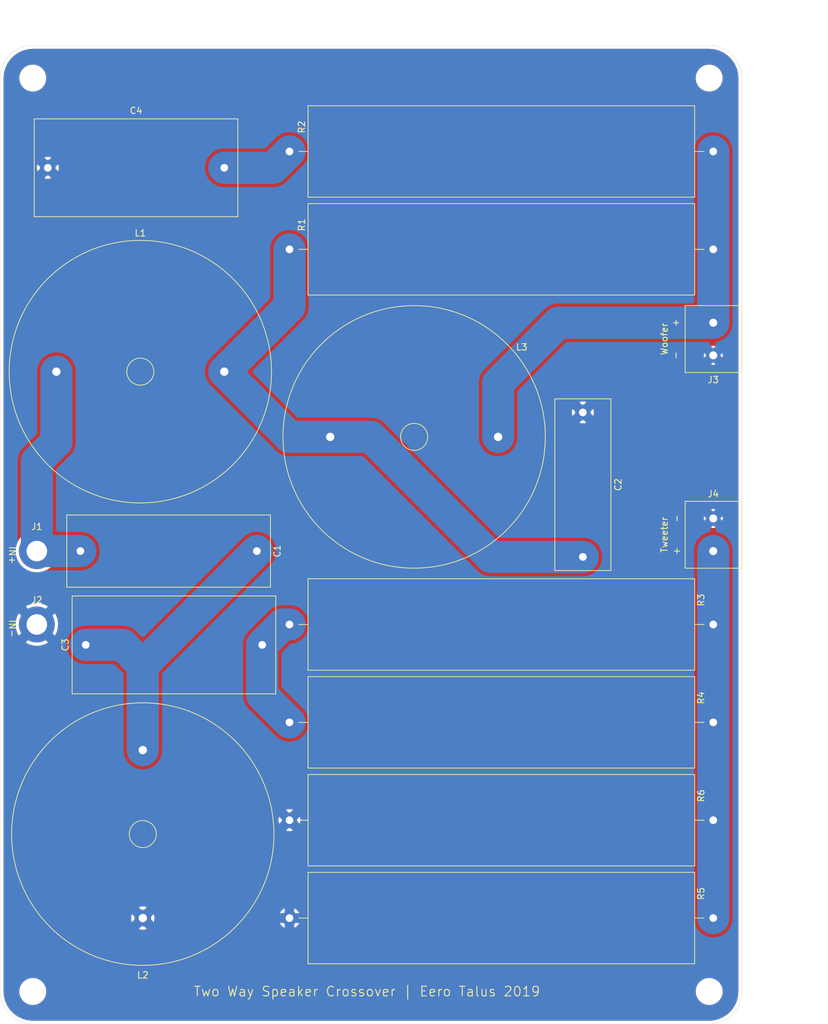
<source format=kicad_pcb>
(kicad_pcb (version 20171130) (host pcbnew 5.1.4+dfsg1-2)

  (general
    (thickness 1.6)
    (drawings 19)
    (tracks 30)
    (zones 0)
    (modules 21)
    (nets 9)
  )

  (page A4)
  (title_block
    (title "Two Way Crossover PCB")
    (date 2019-11-30)
    (rev A)
    (company "Eero Talus")
    (comment 1 "W-170S woofer and a SC-10N tweeter.")
    (comment 2 "Two way speaker crossover PVB for a Visaton ")
  )

  (layers
    (0 F.Cu signal)
    (31 B.Cu signal)
    (36 B.SilkS user)
    (37 F.SilkS user)
    (38 B.Mask user)
    (39 F.Mask user)
    (41 Cmts.User user)
    (44 Edge.Cuts user)
    (45 Margin user)
    (46 B.CrtYd user)
    (47 F.CrtYd user)
    (49 F.Fab user hide)
  )

  (setup
    (last_trace_width 5)
    (user_trace_width 5)
    (trace_clearance 0.2)
    (zone_clearance 0.5)
    (zone_45_only no)
    (trace_min 0.2)
    (via_size 0.8)
    (via_drill 0.4)
    (via_min_size 0.4)
    (via_min_drill 0.3)
    (uvia_size 0.3)
    (uvia_drill 0.1)
    (uvias_allowed no)
    (uvia_min_size 0.2)
    (uvia_min_drill 0.1)
    (edge_width 0.05)
    (segment_width 0.2)
    (pcb_text_width 0.3)
    (pcb_text_size 1.5 1.5)
    (mod_edge_width 0.12)
    (mod_text_size 1 1)
    (mod_text_width 0.15)
    (pad_size 1.524 1.524)
    (pad_drill 0.762)
    (pad_to_mask_clearance 0.051)
    (solder_mask_min_width 0.25)
    (aux_axis_origin 0 0)
    (visible_elements FFFFFF7F)
    (pcbplotparams
      (layerselection 0x010fc_ffffffff)
      (usegerberextensions false)
      (usegerberattributes false)
      (usegerberadvancedattributes false)
      (creategerberjobfile false)
      (excludeedgelayer true)
      (linewidth 0.100000)
      (plotframeref false)
      (viasonmask false)
      (mode 1)
      (useauxorigin false)
      (hpglpennumber 1)
      (hpglpenspeed 20)
      (hpglpendiameter 15.000000)
      (psnegative false)
      (psa4output false)
      (plotreference true)
      (plotvalue true)
      (plotinvisibletext false)
      (padsonsilk false)
      (subtractmaskfromsilk false)
      (outputformat 1)
      (mirror false)
      (drillshape 1)
      (scaleselection 1)
      (outputdirectory ""))
  )

  (net 0 "")
  (net 1 "Net-(C1-Pad2)")
  (net 2 "Net-(C1-Pad1)")
  (net 3 "Net-(C2-Pad2)")
  (net 4 GND)
  (net 5 "Net-(C3-Pad2)")
  (net 6 "Net-(C4-Pad1)")
  (net 7 "Net-(J3-Pad1)")
  (net 8 "Net-(J4-Pad1)")

  (net_class Default "This is the default net class."
    (clearance 0.2)
    (trace_width 0.25)
    (via_dia 0.8)
    (via_drill 0.4)
    (uvia_dia 0.3)
    (uvia_drill 0.1)
    (add_net GND)
    (add_net "Net-(C1-Pad1)")
    (add_net "Net-(C1-Pad2)")
    (add_net "Net-(C2-Pad2)")
    (add_net "Net-(C3-Pad2)")
    (add_net "Net-(C4-Pad1)")
    (add_net "Net-(J3-Pad1)")
    (add_net "Net-(J4-Pad1)")
  )

  (module MountingHole:MountingHole_3.2mm_M3_DIN965 (layer F.Cu) (tedit 56D1B4CB) (tstamp 5DE2CDAB)
    (at 36.83 171.45)
    (descr "Mounting Hole 3.2mm, no annular, M3, DIN965")
    (tags "mounting hole 3.2mm no annular m3 din965")
    (path /5DE3FCF7)
    (attr virtual)
    (fp_text reference H4 (at 0 -3.8) (layer F.SilkS) hide
      (effects (font (size 1 1) (thickness 0.15)))
    )
    (fp_text value MountingHole (at 0 3.8) (layer F.Fab)
      (effects (font (size 1 1) (thickness 0.15)))
    )
    (fp_circle (center 0 0) (end 3.05 0) (layer F.CrtYd) (width 0.05))
    (fp_circle (center 0 0) (end 2.8 0) (layer Cmts.User) (width 0.15))
    (fp_text user %R (at 0.3 0) (layer F.Fab)
      (effects (font (size 1 1) (thickness 0.15)))
    )
    (pad 1 np_thru_hole circle (at 0 0) (size 3.2 3.2) (drill 3.2) (layers *.Cu *.Mask))
  )

  (module MountingHole:MountingHole_3.2mm_M3_DIN965 (layer F.Cu) (tedit 56D1B4CB) (tstamp 5DE2CDA3)
    (at 36.83 29.21)
    (descr "Mounting Hole 3.2mm, no annular, M3, DIN965")
    (tags "mounting hole 3.2mm no annular m3 din965")
    (path /5DE3F91C)
    (attr virtual)
    (fp_text reference H3 (at 0 -3.8) (layer F.SilkS) hide
      (effects (font (size 1 1) (thickness 0.15)))
    )
    (fp_text value MountingHole (at 0 3.8) (layer F.Fab)
      (effects (font (size 1 1) (thickness 0.15)))
    )
    (fp_circle (center 0 0) (end 3.05 0) (layer F.CrtYd) (width 0.05))
    (fp_circle (center 0 0) (end 2.8 0) (layer Cmts.User) (width 0.15))
    (fp_text user %R (at 0.3 0) (layer F.Fab)
      (effects (font (size 1 1) (thickness 0.15)))
    )
    (pad 1 np_thru_hole circle (at 0 0) (size 3.2 3.2) (drill 3.2) (layers *.Cu *.Mask))
  )

  (module MountingHole:MountingHole_3.2mm_M3_DIN965 (layer F.Cu) (tedit 56D1B4CB) (tstamp 5DE2CD9B)
    (at 142.24 171.45)
    (descr "Mounting Hole 3.2mm, no annular, M3, DIN965")
    (tags "mounting hole 3.2mm no annular m3 din965")
    (path /5DE3F700)
    (attr virtual)
    (fp_text reference H2 (at 0 -3.8) (layer F.SilkS) hide
      (effects (font (size 1 1) (thickness 0.15)))
    )
    (fp_text value MountingHole (at 0 3.8) (layer F.Fab)
      (effects (font (size 1 1) (thickness 0.15)))
    )
    (fp_circle (center 0 0) (end 3.05 0) (layer F.CrtYd) (width 0.05))
    (fp_circle (center 0 0) (end 2.8 0) (layer Cmts.User) (width 0.15))
    (fp_text user %R (at 0.3 0) (layer F.Fab)
      (effects (font (size 1 1) (thickness 0.15)))
    )
    (pad 1 np_thru_hole circle (at 0 0) (size 3.2 3.2) (drill 3.2) (layers *.Cu *.Mask))
  )

  (module MountingHole:MountingHole_3.2mm_M3_DIN965 (layer F.Cu) (tedit 56D1B4CB) (tstamp 5DE2CD93)
    (at 142.24 29.21)
    (descr "Mounting Hole 3.2mm, no annular, M3, DIN965")
    (tags "mounting hole 3.2mm no annular m3 din965")
    (path /5DE3E9A1)
    (attr virtual)
    (fp_text reference H1 (at 0 -3.8) (layer F.SilkS) hide
      (effects (font (size 1 1) (thickness 0.15)))
    )
    (fp_text value MountingHole (at 0 3.8) (layer F.Fab)
      (effects (font (size 1 1) (thickness 0.15)))
    )
    (fp_circle (center 0 0) (end 3.05 0) (layer F.CrtYd) (width 0.05))
    (fp_circle (center 0 0) (end 2.8 0) (layer Cmts.User) (width 0.15))
    (fp_text user %R (at 0.3 0) (layer F.Fab)
      (effects (font (size 1 1) (thickness 0.15)))
    )
    (pad 1 np_thru_hole circle (at 0 0) (size 3.2 3.2) (drill 3.2) (layers *.Cu *.Mask))
  )

  (module Inductor_THT:L_Radial_D40.6mm_P26.16mm_Vishay_IHB-5 (layer F.Cu) (tedit 5AE59B06) (tstamp 5DE2F197)
    (at 83.185 85.09)
    (descr "Inductor, Radial series, Radial, pin pitch=26.16mm, , diameter=40.64mm, Vishay, IHB-5, http://www.vishay.com/docs/34015/ihb.pdf")
    (tags "Inductor Radial series Radial pin pitch 26.16mm  diameter 40.64mm Vishay IHB-5")
    (path /5DE420AA)
    (fp_text reference L3 (at 29.845 -13.97 180) (layer F.SilkS)
      (effects (font (size 1 1) (thickness 0.15)))
    )
    (fp_text value 1m (at 13.08 3.175) (layer F.Fab)
      (effects (font (size 1 1) (thickness 0.15)))
    )
    (fp_text user %R (at 13.08 0) (layer F.Fab)
      (effects (font (size 1 1) (thickness 0.15)))
    )
    (fp_line (start 33.65 -20.57) (end -7.49 -20.57) (layer F.CrtYd) (width 0.05))
    (fp_line (start 33.65 20.57) (end 33.65 -20.57) (layer F.CrtYd) (width 0.05))
    (fp_line (start -7.49 20.57) (end 33.65 20.57) (layer F.CrtYd) (width 0.05))
    (fp_line (start -7.49 -20.57) (end -7.49 20.57) (layer F.CrtYd) (width 0.05))
    (fp_circle (center 13.08 0) (end 15.185 0) (layer F.SilkS) (width 0.12))
    (fp_circle (center 13.08 0) (end 33.52 0) (layer F.SilkS) (width 0.12))
    (fp_circle (center 13.08 0) (end 15.305 0) (layer F.Fab) (width 0.1))
    (fp_circle (center 13.08 0) (end 33.4 0) (layer F.Fab) (width 0.1))
    (pad 2 thru_hole circle (at 26.16 0) (size 2.6 2.6) (drill 1.3) (layers *.Cu *.Mask)
      (net 7 "Net-(J3-Pad1)"))
    (pad 1 thru_hole circle (at 0 0) (size 2.6 2.6) (drill 1.3) (layers *.Cu *.Mask)
      (net 3 "Net-(C2-Pad2)"))
    (model ${KISYS3DMOD}/Inductor_THT.3dshapes/L_Radial_D40.6mm_P26.16mm_Vishay_IHB-5.wrl
      (at (xyz 0 0 0))
      (scale (xyz 1 1 1))
      (rotate (xyz 0 0 0))
    )
  )

  (module Inductor_THT:L_Radial_D40.6mm_P26.16mm_Vishay_IHB-5 (layer F.Cu) (tedit 5AE59B06) (tstamp 5DE2D5B8)
    (at 53.975 133.86 270)
    (descr "Inductor, Radial series, Radial, pin pitch=26.16mm, , diameter=40.64mm, Vishay, IHB-5, http://www.vishay.com/docs/34015/ihb.pdf")
    (tags "Inductor Radial series Radial pin pitch 26.16mm  diameter 40.64mm Vishay IHB-5")
    (path /5DE2AE0A)
    (fp_text reference L2 (at 35.05 0 180) (layer F.SilkS)
      (effects (font (size 1 1) (thickness 0.15)))
    )
    (fp_text value m47 (at 13.08 -3.175 90) (layer F.Fab)
      (effects (font (size 1 1) (thickness 0.15)))
    )
    (fp_text user %R (at 13.08 0 90) (layer F.Fab)
      (effects (font (size 1 1) (thickness 0.15)))
    )
    (fp_line (start 33.65 -20.57) (end -7.49 -20.57) (layer F.CrtYd) (width 0.05))
    (fp_line (start 33.65 20.57) (end 33.65 -20.57) (layer F.CrtYd) (width 0.05))
    (fp_line (start -7.49 20.57) (end 33.65 20.57) (layer F.CrtYd) (width 0.05))
    (fp_line (start -7.49 -20.57) (end -7.49 20.57) (layer F.CrtYd) (width 0.05))
    (fp_circle (center 13.08 0) (end 15.185 0) (layer F.SilkS) (width 0.12))
    (fp_circle (center 13.08 0) (end 33.52 0) (layer F.SilkS) (width 0.12))
    (fp_circle (center 13.08 0) (end 15.305 0) (layer F.Fab) (width 0.1))
    (fp_circle (center 13.08 0) (end 33.4 0) (layer F.Fab) (width 0.1))
    (pad 2 thru_hole circle (at 26.16 0 270) (size 2.6 2.6) (drill 1.3) (layers *.Cu *.Mask)
      (net 4 GND))
    (pad 1 thru_hole circle (at 0 0 270) (size 2.6 2.6) (drill 1.3) (layers *.Cu *.Mask)
      (net 2 "Net-(C1-Pad1)"))
    (model ${KISYS3DMOD}/Inductor_THT.3dshapes/L_Radial_D40.6mm_P26.16mm_Vishay_IHB-5.wrl
      (at (xyz 0 0 0))
      (scale (xyz 1 1 1))
      (rotate (xyz 0 0 0))
    )
  )

  (module Inductor_THT:L_Radial_D40.6mm_P26.16mm_Vishay_IHB-5 (layer F.Cu) (tedit 5AE59B06) (tstamp 5DE2D543)
    (at 40.515 74.93)
    (descr "Inductor, Radial series, Radial, pin pitch=26.16mm, , diameter=40.64mm, Vishay, IHB-5, http://www.vishay.com/docs/34015/ihb.pdf")
    (tags "Inductor Radial series Radial pin pitch 26.16mm  diameter 40.64mm Vishay IHB-5")
    (path /5DE237B9)
    (fp_text reference L1 (at 13.08 -21.57) (layer F.SilkS)
      (effects (font (size 1 1) (thickness 0.15)))
    )
    (fp_text value 1m (at 13.08 3.175) (layer F.Fab)
      (effects (font (size 1 1) (thickness 0.15)))
    )
    (fp_text user %R (at 13.08 0) (layer F.Fab)
      (effects (font (size 1 1) (thickness 0.15)))
    )
    (fp_line (start 33.65 -20.57) (end -7.49 -20.57) (layer F.CrtYd) (width 0.05))
    (fp_line (start 33.65 20.57) (end 33.65 -20.57) (layer F.CrtYd) (width 0.05))
    (fp_line (start -7.49 20.57) (end 33.65 20.57) (layer F.CrtYd) (width 0.05))
    (fp_line (start -7.49 -20.57) (end -7.49 20.57) (layer F.CrtYd) (width 0.05))
    (fp_circle (center 13.08 0) (end 15.185 0) (layer F.SilkS) (width 0.12))
    (fp_circle (center 13.08 0) (end 33.52 0) (layer F.SilkS) (width 0.12))
    (fp_circle (center 13.08 0) (end 15.305 0) (layer F.Fab) (width 0.1))
    (fp_circle (center 13.08 0) (end 33.4 0) (layer F.Fab) (width 0.1))
    (pad 2 thru_hole circle (at 26.16 0) (size 2.6 2.6) (drill 1.3) (layers *.Cu *.Mask)
      (net 3 "Net-(C2-Pad2)"))
    (pad 1 thru_hole circle (at 0 0) (size 2.6 2.6) (drill 1.3) (layers *.Cu *.Mask)
      (net 1 "Net-(C1-Pad2)"))
    (model ${KISYS3DMOD}/Inductor_THT.3dshapes/L_Radial_D40.6mm_P26.16mm_Vishay_IHB-5.wrl
      (at (xyz 0 0 0))
      (scale (xyz 1 1 1))
      (rotate (xyz 0 0 0))
    )
  )

  (module Connector_Camdenboss:CTBP0508_x2_10.16x8.5x10.20mm_P5.08mm (layer F.Cu) (tedit 5DE2C3A7) (tstamp 5DE2BFF0)
    (at 142.875 100.33 90)
    (descr "CAMBLOCK PLUS 5.08mm pitch terminal block")
    (tags terminal,screw,block)
    (path /5DE2E41D)
    (fp_text reference J4 (at 6.35 0 180) (layer F.SilkS)
      (effects (font (size 1 1) (thickness 0.15)))
    )
    (fp_text value Tweeter (at 0 -5.842 90) (layer F.Fab)
      (effects (font (size 1 1) (thickness 0.15)))
    )
    (fp_line (start -5.207 4.3815) (end -5.207 -4.3815) (layer F.SilkS) (width 0.12))
    (fp_line (start 5.207 4.3815) (end -5.207 4.3815) (layer F.SilkS) (width 0.12))
    (fp_line (start 5.207 -4.3815) (end 5.207 4.3815) (layer F.SilkS) (width 0.12))
    (fp_line (start -5.207 -4.3815) (end 5.207 -4.3815) (layer F.SilkS) (width 0.12))
    (fp_line (start 5.334 -4.5085) (end -5.334 -4.5085) (layer F.CrtYd) (width 0.12))
    (fp_line (start 5.334 4.5085) (end 5.334 -4.5085) (layer F.CrtYd) (width 0.12))
    (fp_line (start -5.334 4.5085) (end 5.334 4.5085) (layer F.CrtYd) (width 0.12))
    (fp_line (start -5.334 -4.5085) (end -5.334 4.5085) (layer F.CrtYd) (width 0.12))
    (fp_line (start -0.635 -0.381) (end -4.445 -0.381) (layer F.Fab) (width 0.12))
    (fp_line (start 4.318 -0.381) (end 0.762 -0.381) (layer F.Fab) (width 0.12))
    (fp_line (start 0.762 0.381) (end 4.318 0.381) (layer F.Fab) (width 0.12))
    (fp_line (start -4.445 0.381) (end -0.635 0.381) (layer F.Fab) (width 0.12))
    (fp_circle (center 2.54 0) (end 4.064 1.143) (layer F.Fab) (width 0.12))
    (fp_circle (center -2.54 0) (end -0.762 0.762) (layer F.Fab) (width 0.12))
    (fp_line (start 5.08 2.667) (end -5.08 2.667) (layer F.Fab) (width 0.12))
    (fp_line (start -5.08 -2.667) (end 5.08 -2.667) (layer F.Fab) (width 0.12))
    (fp_line (start 5.08 -4.2672) (end -5.08 -4.2672) (layer F.Fab) (width 0.12))
    (fp_line (start 5.08 4.2672) (end 5.08 -4.2672) (layer F.Fab) (width 0.12))
    (fp_line (start -5.08 4.2672) (end 5.08 4.2672) (layer F.Fab) (width 0.12))
    (fp_line (start -5.08 -4.2672) (end -5.08 4.2672) (layer F.Fab) (width 0.12))
    (pad 2 thru_hole circle (at 2.54 0 90) (size 1.95 1.95) (drill 1.25) (layers *.Cu *.Mask)
      (net 4 GND))
    (pad 1 thru_hole circle (at -2.54 0 90) (size 1.95 1.95) (drill 1.25) (layers *.Cu *.Mask)
      (net 8 "Net-(J4-Pad1)"))
  )

  (module Connector_Camdenboss:CTBP0508_x2_10.16x8.5x10.20mm_P5.08mm (layer F.Cu) (tedit 5DE2C3A7) (tstamp 5DE2C086)
    (at 142.875 69.85 270)
    (descr "CAMBLOCK PLUS 5.08mm pitch terminal block")
    (tags terminal,screw,block)
    (path /5DE36BA9)
    (fp_text reference J3 (at 6.35 0) (layer F.SilkS)
      (effects (font (size 1 1) (thickness 0.15)))
    )
    (fp_text value Woofer (at 0 5.715 90) (layer F.Fab)
      (effects (font (size 1 1) (thickness 0.15)))
    )
    (fp_line (start -5.207 4.3815) (end -5.207 -4.3815) (layer F.SilkS) (width 0.12))
    (fp_line (start 5.207 4.3815) (end -5.207 4.3815) (layer F.SilkS) (width 0.12))
    (fp_line (start 5.207 -4.3815) (end 5.207 4.3815) (layer F.SilkS) (width 0.12))
    (fp_line (start -5.207 -4.3815) (end 5.207 -4.3815) (layer F.SilkS) (width 0.12))
    (fp_line (start 5.334 -4.5085) (end -5.334 -4.5085) (layer F.CrtYd) (width 0.12))
    (fp_line (start 5.334 4.5085) (end 5.334 -4.5085) (layer F.CrtYd) (width 0.12))
    (fp_line (start -5.334 4.5085) (end 5.334 4.5085) (layer F.CrtYd) (width 0.12))
    (fp_line (start -5.334 -4.5085) (end -5.334 4.5085) (layer F.CrtYd) (width 0.12))
    (fp_line (start -0.635 -0.381) (end -4.445 -0.381) (layer F.Fab) (width 0.12))
    (fp_line (start 4.318 -0.381) (end 0.762 -0.381) (layer F.Fab) (width 0.12))
    (fp_line (start 0.762 0.381) (end 4.318 0.381) (layer F.Fab) (width 0.12))
    (fp_line (start -4.445 0.381) (end -0.635 0.381) (layer F.Fab) (width 0.12))
    (fp_circle (center 2.54 0) (end 4.064 1.143) (layer F.Fab) (width 0.12))
    (fp_circle (center -2.54 0) (end -0.762 0.762) (layer F.Fab) (width 0.12))
    (fp_line (start 5.08 2.667) (end -5.08 2.667) (layer F.Fab) (width 0.12))
    (fp_line (start -5.08 -2.667) (end 5.08 -2.667) (layer F.Fab) (width 0.12))
    (fp_line (start 5.08 -4.2672) (end -5.08 -4.2672) (layer F.Fab) (width 0.12))
    (fp_line (start 5.08 4.2672) (end 5.08 -4.2672) (layer F.Fab) (width 0.12))
    (fp_line (start -5.08 4.2672) (end 5.08 4.2672) (layer F.Fab) (width 0.12))
    (fp_line (start -5.08 -4.2672) (end -5.08 4.2672) (layer F.Fab) (width 0.12))
    (pad 2 thru_hole circle (at 2.54 0 270) (size 1.95 1.95) (drill 1.25) (layers *.Cu *.Mask)
      (net 4 GND))
    (pad 1 thru_hole circle (at -2.54 0 270) (size 1.95 1.95) (drill 1.25) (layers *.Cu *.Mask)
      (net 7 "Net-(J3-Pad1)"))
  )

  (module MountingHole:MountingHole_3.2mm_M3_DIN965_Pad (layer F.Cu) (tedit 56D1B4CB) (tstamp 5DE2D74C)
    (at 37.465 114.3)
    (descr "Mounting Hole 3.2mm, M3, DIN965")
    (tags "mounting hole 3.2mm m3 din965")
    (path /5DE39FE1)
    (attr virtual)
    (fp_text reference J2 (at 0 -3.8) (layer F.SilkS)
      (effects (font (size 1 1) (thickness 0.15)))
    )
    (fp_text value Conn_01x01_Female (at 0 3.8) (layer F.Fab) hide
      (effects (font (size 1 1) (thickness 0.15)))
    )
    (fp_circle (center 0 0) (end 3.05 0) (layer F.CrtYd) (width 0.05))
    (fp_circle (center 0 0) (end 2.8 0) (layer Cmts.User) (width 0.15))
    (fp_text user %R (at 0.3 0) (layer F.Fab)
      (effects (font (size 1 1) (thickness 0.15)))
    )
    (pad 1 thru_hole circle (at 0 0) (size 5.6 5.6) (drill 3.2) (layers *.Cu *.Mask)
      (net 4 GND))
  )

  (module MountingHole:MountingHole_3.2mm_M3_DIN965_Pad (layer F.Cu) (tedit 56D1B4CB) (tstamp 5DE2D764)
    (at 37.465 102.87)
    (descr "Mounting Hole 3.2mm, M3, DIN965")
    (tags "mounting hole 3.2mm m3 din965")
    (path /5DE3859C)
    (attr virtual)
    (fp_text reference J1 (at 0 -3.8) (layer F.SilkS)
      (effects (font (size 1 1) (thickness 0.15)))
    )
    (fp_text value Conn_01x01_Female (at 0 3.8) (layer F.Fab) hide
      (effects (font (size 1 1) (thickness 0.15)))
    )
    (fp_circle (center 0 0) (end 3.05 0) (layer F.CrtYd) (width 0.05))
    (fp_circle (center 0 0) (end 2.8 0) (layer Cmts.User) (width 0.15))
    (fp_text user %R (at 0.3 0) (layer F.Fab)
      (effects (font (size 1 1) (thickness 0.15)))
    )
    (pad 1 thru_hole circle (at 0 0) (size 5.6 5.6) (drill 3.2) (layers *.Cu *.Mask)
      (net 1 "Net-(C1-Pad2)"))
  )

  (module Resistor_THT:R_Axial_Power_L60.0mm_W14.0mm_P66.04mm (layer F.Cu) (tedit 5AE5139B) (tstamp 5DE2D78E)
    (at 76.835 144.78)
    (descr "Resistor, Axial_Power series, Box, pin pitch=66.04mm, 25W, length*width*height=60*14*14mm^3, http://cdn-reichelt.de/documents/datenblatt/B400/5WAXIAL_9WAXIAL_11WAXIAL_17WAXIAL%23YAG.pdf")
    (tags "Resistor Axial_Power series Box pin pitch 66.04mm 25W length 60mm width 14mm height 14mm")
    (path /5DE35B56)
    (fp_text reference R6 (at 64.135 -3.81 90) (layer F.SilkS)
      (effects (font (size 1 1) (thickness 0.15)))
    )
    (fp_text value 8R2 (at 33.02 1.905) (layer F.Fab)
      (effects (font (size 1 1) (thickness 0.15)))
    )
    (fp_text user %R (at 33.02 0) (layer F.Fab)
      (effects (font (size 1 1) (thickness 0.15)))
    )
    (fp_line (start 67.5 -7.25) (end -1.45 -7.25) (layer F.CrtYd) (width 0.05))
    (fp_line (start 67.5 7.25) (end 67.5 -7.25) (layer F.CrtYd) (width 0.05))
    (fp_line (start -1.45 7.25) (end 67.5 7.25) (layer F.CrtYd) (width 0.05))
    (fp_line (start -1.45 -7.25) (end -1.45 7.25) (layer F.CrtYd) (width 0.05))
    (fp_line (start 64.6 0) (end 63.14 0) (layer F.SilkS) (width 0.12))
    (fp_line (start 1.44 0) (end 2.9 0) (layer F.SilkS) (width 0.12))
    (fp_line (start 63.14 -7.12) (end 2.9 -7.12) (layer F.SilkS) (width 0.12))
    (fp_line (start 63.14 7.12) (end 63.14 -7.12) (layer F.SilkS) (width 0.12))
    (fp_line (start 2.9 7.12) (end 63.14 7.12) (layer F.SilkS) (width 0.12))
    (fp_line (start 2.9 -7.12) (end 2.9 7.12) (layer F.SilkS) (width 0.12))
    (fp_line (start 66.04 0) (end 63.02 0) (layer F.Fab) (width 0.1))
    (fp_line (start 0 0) (end 3.02 0) (layer F.Fab) (width 0.1))
    (fp_line (start 63.02 -7) (end 3.02 -7) (layer F.Fab) (width 0.1))
    (fp_line (start 63.02 7) (end 63.02 -7) (layer F.Fab) (width 0.1))
    (fp_line (start 3.02 7) (end 63.02 7) (layer F.Fab) (width 0.1))
    (fp_line (start 3.02 -7) (end 3.02 7) (layer F.Fab) (width 0.1))
    (pad 2 thru_hole oval (at 66.04 0) (size 2.4 2.4) (drill 1.2) (layers *.Cu *.Mask)
      (net 8 "Net-(J4-Pad1)"))
    (pad 1 thru_hole circle (at 0 0) (size 2.4 2.4) (drill 1.2) (layers *.Cu *.Mask)
      (net 4 GND))
    (model ${KISYS3DMOD}/Resistor_THT.3dshapes/R_Axial_Power_L60.0mm_W14.0mm_P66.04mm.wrl
      (at (xyz 0 0 0))
      (scale (xyz 1 1 1))
      (rotate (xyz 0 0 0))
    )
  )

  (module Resistor_THT:R_Axial_Power_L60.0mm_W14.0mm_P66.04mm (layer F.Cu) (tedit 5AE5139B) (tstamp 5DE291CA)
    (at 76.835 40.64)
    (descr "Resistor, Axial_Power series, Box, pin pitch=66.04mm, 25W, length*width*height=60*14*14mm^3, http://cdn-reichelt.de/documents/datenblatt/B400/5WAXIAL_9WAXIAL_11WAXIAL_17WAXIAL%23YAG.pdf")
    (tags "Resistor Axial_Power series Box pin pitch 66.04mm 25W length 60mm width 14mm height 14mm")
    (path /5DE621B9)
    (fp_text reference R2 (at 1.905 -3.81 90) (layer F.SilkS)
      (effects (font (size 1 1) (thickness 0.15)))
    )
    (fp_text value 8R2 (at 33.02 1.27) (layer F.Fab)
      (effects (font (size 1 1) (thickness 0.15)))
    )
    (fp_text user %R (at 33.02 0) (layer F.Fab)
      (effects (font (size 1 1) (thickness 0.15)))
    )
    (fp_line (start 67.5 -7.25) (end -1.45 -7.25) (layer F.CrtYd) (width 0.05))
    (fp_line (start 67.5 7.25) (end 67.5 -7.25) (layer F.CrtYd) (width 0.05))
    (fp_line (start -1.45 7.25) (end 67.5 7.25) (layer F.CrtYd) (width 0.05))
    (fp_line (start -1.45 -7.25) (end -1.45 7.25) (layer F.CrtYd) (width 0.05))
    (fp_line (start 64.6 0) (end 63.14 0) (layer F.SilkS) (width 0.12))
    (fp_line (start 1.44 0) (end 2.9 0) (layer F.SilkS) (width 0.12))
    (fp_line (start 63.14 -7.12) (end 2.9 -7.12) (layer F.SilkS) (width 0.12))
    (fp_line (start 63.14 7.12) (end 63.14 -7.12) (layer F.SilkS) (width 0.12))
    (fp_line (start 2.9 7.12) (end 63.14 7.12) (layer F.SilkS) (width 0.12))
    (fp_line (start 2.9 -7.12) (end 2.9 7.12) (layer F.SilkS) (width 0.12))
    (fp_line (start 66.04 0) (end 63.02 0) (layer F.Fab) (width 0.1))
    (fp_line (start 0 0) (end 3.02 0) (layer F.Fab) (width 0.1))
    (fp_line (start 63.02 -7) (end 3.02 -7) (layer F.Fab) (width 0.1))
    (fp_line (start 63.02 7) (end 63.02 -7) (layer F.Fab) (width 0.1))
    (fp_line (start 3.02 7) (end 63.02 7) (layer F.Fab) (width 0.1))
    (fp_line (start 3.02 -7) (end 3.02 7) (layer F.Fab) (width 0.1))
    (pad 2 thru_hole oval (at 66.04 0) (size 2.4 2.4) (drill 1.2) (layers *.Cu *.Mask)
      (net 7 "Net-(J3-Pad1)"))
    (pad 1 thru_hole circle (at 0 0) (size 2.4 2.4) (drill 1.2) (layers *.Cu *.Mask)
      (net 6 "Net-(C4-Pad1)"))
    (model ${KISYS3DMOD}/Resistor_THT.3dshapes/R_Axial_Power_L60.0mm_W14.0mm_P66.04mm.wrl
      (at (xyz 0 0 0))
      (scale (xyz 1 1 1))
      (rotate (xyz 0 0 0))
    )
  )

  (module Resistor_THT:R_Axial_Power_L60.0mm_W14.0mm_P66.04mm (layer F.Cu) (tedit 5AE5139B) (tstamp 5DE2D61D)
    (at 142.875 160.02 180)
    (descr "Resistor, Axial_Power series, Box, pin pitch=66.04mm, 25W, length*width*height=60*14*14mm^3, http://cdn-reichelt.de/documents/datenblatt/B400/5WAXIAL_9WAXIAL_11WAXIAL_17WAXIAL%23YAG.pdf")
    (tags "Resistor Axial_Power series Box pin pitch 66.04mm 25W length 60mm width 14mm height 14mm")
    (path /5DE34B39)
    (fp_text reference R5 (at 1.905 3.81 90) (layer F.SilkS)
      (effects (font (size 1 1) (thickness 0.15)))
    )
    (fp_text value 8R2 (at 33.02 -1.905) (layer F.Fab)
      (effects (font (size 1 1) (thickness 0.15)))
    )
    (fp_text user %R (at 33.02 0) (layer F.Fab)
      (effects (font (size 1 1) (thickness 0.15)))
    )
    (fp_line (start 67.5 -7.25) (end -1.45 -7.25) (layer F.CrtYd) (width 0.05))
    (fp_line (start 67.5 7.25) (end 67.5 -7.25) (layer F.CrtYd) (width 0.05))
    (fp_line (start -1.45 7.25) (end 67.5 7.25) (layer F.CrtYd) (width 0.05))
    (fp_line (start -1.45 -7.25) (end -1.45 7.25) (layer F.CrtYd) (width 0.05))
    (fp_line (start 64.6 0) (end 63.14 0) (layer F.SilkS) (width 0.12))
    (fp_line (start 1.44 0) (end 2.9 0) (layer F.SilkS) (width 0.12))
    (fp_line (start 63.14 -7.12) (end 2.9 -7.12) (layer F.SilkS) (width 0.12))
    (fp_line (start 63.14 7.12) (end 63.14 -7.12) (layer F.SilkS) (width 0.12))
    (fp_line (start 2.9 7.12) (end 63.14 7.12) (layer F.SilkS) (width 0.12))
    (fp_line (start 2.9 -7.12) (end 2.9 7.12) (layer F.SilkS) (width 0.12))
    (fp_line (start 66.04 0) (end 63.02 0) (layer F.Fab) (width 0.1))
    (fp_line (start 0 0) (end 3.02 0) (layer F.Fab) (width 0.1))
    (fp_line (start 63.02 -7) (end 3.02 -7) (layer F.Fab) (width 0.1))
    (fp_line (start 63.02 7) (end 63.02 -7) (layer F.Fab) (width 0.1))
    (fp_line (start 3.02 7) (end 63.02 7) (layer F.Fab) (width 0.1))
    (fp_line (start 3.02 -7) (end 3.02 7) (layer F.Fab) (width 0.1))
    (pad 2 thru_hole oval (at 66.04 0 180) (size 2.4 2.4) (drill 1.2) (layers *.Cu *.Mask)
      (net 4 GND))
    (pad 1 thru_hole circle (at 0 0 180) (size 2.4 2.4) (drill 1.2) (layers *.Cu *.Mask)
      (net 8 "Net-(J4-Pad1)"))
    (model ${KISYS3DMOD}/Resistor_THT.3dshapes/R_Axial_Power_L60.0mm_W14.0mm_P66.04mm.wrl
      (at (xyz 0 0 0))
      (scale (xyz 1 1 1))
      (rotate (xyz 0 0 0))
    )
  )

  (module Resistor_THT:R_Axial_Power_L60.0mm_W14.0mm_P66.04mm (layer F.Cu) (tedit 5AE5139B) (tstamp 5DE2D57E)
    (at 76.835 129.54)
    (descr "Resistor, Axial_Power series, Box, pin pitch=66.04mm, 25W, length*width*height=60*14*14mm^3, http://cdn-reichelt.de/documents/datenblatt/B400/5WAXIAL_9WAXIAL_11WAXIAL_17WAXIAL%23YAG.pdf")
    (tags "Resistor Axial_Power series Box pin pitch 66.04mm 25W length 60mm width 14mm height 14mm")
    (path /5DE2C82E)
    (fp_text reference R4 (at 64.135 -3.81 90) (layer F.SilkS)
      (effects (font (size 1 1) (thickness 0.15)))
    )
    (fp_text value 8R2 (at 33.02 1.905) (layer F.Fab)
      (effects (font (size 1 1) (thickness 0.15)))
    )
    (fp_text user %R (at 33.02 0) (layer F.Fab)
      (effects (font (size 1 1) (thickness 0.15)))
    )
    (fp_line (start 67.5 -7.25) (end -1.45 -7.25) (layer F.CrtYd) (width 0.05))
    (fp_line (start 67.5 7.25) (end 67.5 -7.25) (layer F.CrtYd) (width 0.05))
    (fp_line (start -1.45 7.25) (end 67.5 7.25) (layer F.CrtYd) (width 0.05))
    (fp_line (start -1.45 -7.25) (end -1.45 7.25) (layer F.CrtYd) (width 0.05))
    (fp_line (start 64.6 0) (end 63.14 0) (layer F.SilkS) (width 0.12))
    (fp_line (start 1.44 0) (end 2.9 0) (layer F.SilkS) (width 0.12))
    (fp_line (start 63.14 -7.12) (end 2.9 -7.12) (layer F.SilkS) (width 0.12))
    (fp_line (start 63.14 7.12) (end 63.14 -7.12) (layer F.SilkS) (width 0.12))
    (fp_line (start 2.9 7.12) (end 63.14 7.12) (layer F.SilkS) (width 0.12))
    (fp_line (start 2.9 -7.12) (end 2.9 7.12) (layer F.SilkS) (width 0.12))
    (fp_line (start 66.04 0) (end 63.02 0) (layer F.Fab) (width 0.1))
    (fp_line (start 0 0) (end 3.02 0) (layer F.Fab) (width 0.1))
    (fp_line (start 63.02 -7) (end 3.02 -7) (layer F.Fab) (width 0.1))
    (fp_line (start 63.02 7) (end 63.02 -7) (layer F.Fab) (width 0.1))
    (fp_line (start 3.02 7) (end 63.02 7) (layer F.Fab) (width 0.1))
    (fp_line (start 3.02 -7) (end 3.02 7) (layer F.Fab) (width 0.1))
    (pad 2 thru_hole oval (at 66.04 0) (size 2.4 2.4) (drill 1.2) (layers *.Cu *.Mask)
      (net 8 "Net-(J4-Pad1)"))
    (pad 1 thru_hole circle (at 0 0) (size 2.4 2.4) (drill 1.2) (layers *.Cu *.Mask)
      (net 5 "Net-(C3-Pad2)"))
    (model ${KISYS3DMOD}/Resistor_THT.3dshapes/R_Axial_Power_L60.0mm_W14.0mm_P66.04mm.wrl
      (at (xyz 0 0 0))
      (scale (xyz 1 1 1))
      (rotate (xyz 0 0 0))
    )
  )

  (module Resistor_THT:R_Axial_Power_L60.0mm_W14.0mm_P66.04mm (layer F.Cu) (tedit 5AE5139B) (tstamp 5DE2D719)
    (at 142.875 114.3 180)
    (descr "Resistor, Axial_Power series, Box, pin pitch=66.04mm, 25W, length*width*height=60*14*14mm^3, http://cdn-reichelt.de/documents/datenblatt/B400/5WAXIAL_9WAXIAL_11WAXIAL_17WAXIAL%23YAG.pdf")
    (tags "Resistor Axial_Power series Box pin pitch 66.04mm 25W length 60mm width 14mm height 14mm")
    (path /5DE65C7B)
    (fp_text reference R3 (at 1.905 3.81 90) (layer F.SilkS)
      (effects (font (size 1 1) (thickness 0.15)))
    )
    (fp_text value 8R2 (at 33.02 -1.27) (layer F.Fab)
      (effects (font (size 1 1) (thickness 0.15)))
    )
    (fp_text user %R (at 33.02 0) (layer F.Fab)
      (effects (font (size 1 1) (thickness 0.15)))
    )
    (fp_line (start 67.5 -7.25) (end -1.45 -7.25) (layer F.CrtYd) (width 0.05))
    (fp_line (start 67.5 7.25) (end 67.5 -7.25) (layer F.CrtYd) (width 0.05))
    (fp_line (start -1.45 7.25) (end 67.5 7.25) (layer F.CrtYd) (width 0.05))
    (fp_line (start -1.45 -7.25) (end -1.45 7.25) (layer F.CrtYd) (width 0.05))
    (fp_line (start 64.6 0) (end 63.14 0) (layer F.SilkS) (width 0.12))
    (fp_line (start 1.44 0) (end 2.9 0) (layer F.SilkS) (width 0.12))
    (fp_line (start 63.14 -7.12) (end 2.9 -7.12) (layer F.SilkS) (width 0.12))
    (fp_line (start 63.14 7.12) (end 63.14 -7.12) (layer F.SilkS) (width 0.12))
    (fp_line (start 2.9 7.12) (end 63.14 7.12) (layer F.SilkS) (width 0.12))
    (fp_line (start 2.9 -7.12) (end 2.9 7.12) (layer F.SilkS) (width 0.12))
    (fp_line (start 66.04 0) (end 63.02 0) (layer F.Fab) (width 0.1))
    (fp_line (start 0 0) (end 3.02 0) (layer F.Fab) (width 0.1))
    (fp_line (start 63.02 -7) (end 3.02 -7) (layer F.Fab) (width 0.1))
    (fp_line (start 63.02 7) (end 63.02 -7) (layer F.Fab) (width 0.1))
    (fp_line (start 3.02 7) (end 63.02 7) (layer F.Fab) (width 0.1))
    (fp_line (start 3.02 -7) (end 3.02 7) (layer F.Fab) (width 0.1))
    (pad 2 thru_hole oval (at 66.04 0 180) (size 2.4 2.4) (drill 1.2) (layers *.Cu *.Mask)
      (net 5 "Net-(C3-Pad2)"))
    (pad 1 thru_hole circle (at 0 0 180) (size 2.4 2.4) (drill 1.2) (layers *.Cu *.Mask)
      (net 8 "Net-(J4-Pad1)"))
    (model ${KISYS3DMOD}/Resistor_THT.3dshapes/R_Axial_Power_L60.0mm_W14.0mm_P66.04mm.wrl
      (at (xyz 0 0 0))
      (scale (xyz 1 1 1))
      (rotate (xyz 0 0 0))
    )
  )

  (module Resistor_THT:R_Axial_Power_L60.0mm_W14.0mm_P66.04mm (layer F.Cu) (tedit 5AE5139B) (tstamp 5DE2D698)
    (at 76.835 55.88)
    (descr "Resistor, Axial_Power series, Box, pin pitch=66.04mm, 25W, length*width*height=60*14*14mm^3, http://cdn-reichelt.de/documents/datenblatt/B400/5WAXIAL_9WAXIAL_11WAXIAL_17WAXIAL%23YAG.pdf")
    (tags "Resistor Axial_Power series Box pin pitch 66.04mm 25W length 60mm width 14mm height 14mm")
    (path /5DE2F860)
    (fp_text reference R1 (at 1.905 -3.81 90) (layer F.SilkS)
      (effects (font (size 1 1) (thickness 0.15)))
    )
    (fp_text value 8R2 (at 33.02 1.27) (layer F.Fab)
      (effects (font (size 1 1) (thickness 0.15)))
    )
    (fp_text user %R (at 33.02 0) (layer F.Fab)
      (effects (font (size 1 1) (thickness 0.15)))
    )
    (fp_line (start 67.5 -7.25) (end -1.45 -7.25) (layer F.CrtYd) (width 0.05))
    (fp_line (start 67.5 7.25) (end 67.5 -7.25) (layer F.CrtYd) (width 0.05))
    (fp_line (start -1.45 7.25) (end 67.5 7.25) (layer F.CrtYd) (width 0.05))
    (fp_line (start -1.45 -7.25) (end -1.45 7.25) (layer F.CrtYd) (width 0.05))
    (fp_line (start 64.6 0) (end 63.14 0) (layer F.SilkS) (width 0.12))
    (fp_line (start 1.44 0) (end 2.9 0) (layer F.SilkS) (width 0.12))
    (fp_line (start 63.14 -7.12) (end 2.9 -7.12) (layer F.SilkS) (width 0.12))
    (fp_line (start 63.14 7.12) (end 63.14 -7.12) (layer F.SilkS) (width 0.12))
    (fp_line (start 2.9 7.12) (end 63.14 7.12) (layer F.SilkS) (width 0.12))
    (fp_line (start 2.9 -7.12) (end 2.9 7.12) (layer F.SilkS) (width 0.12))
    (fp_line (start 66.04 0) (end 63.02 0) (layer F.Fab) (width 0.1))
    (fp_line (start 0 0) (end 3.02 0) (layer F.Fab) (width 0.1))
    (fp_line (start 63.02 -7) (end 3.02 -7) (layer F.Fab) (width 0.1))
    (fp_line (start 63.02 7) (end 63.02 -7) (layer F.Fab) (width 0.1))
    (fp_line (start 3.02 7) (end 63.02 7) (layer F.Fab) (width 0.1))
    (fp_line (start 3.02 -7) (end 3.02 7) (layer F.Fab) (width 0.1))
    (pad 2 thru_hole oval (at 66.04 0) (size 2.4 2.4) (drill 1.2) (layers *.Cu *.Mask)
      (net 7 "Net-(J3-Pad1)"))
    (pad 1 thru_hole circle (at 0 0) (size 2.4 2.4) (drill 1.2) (layers *.Cu *.Mask)
      (net 3 "Net-(C2-Pad2)"))
    (model ${KISYS3DMOD}/Resistor_THT.3dshapes/R_Axial_Power_L60.0mm_W14.0mm_P66.04mm.wrl
      (at (xyz 0 0 0))
      (scale (xyz 1 1 1))
      (rotate (xyz 0 0 0))
    )
  )

  (module Capacitor_THT:C_Rect_L31.5mm_W15.0mm_P27.50mm_MKS4 (layer F.Cu) (tedit 5AE50EF0) (tstamp 5DE2D6DF)
    (at 66.675 43.18 180)
    (descr "C, Rect series, Radial, pin pitch=27.50mm, , length*width=31.5*15mm^2, Capacitor, http://www.wima.com/EN/WIMA_MKS_4.pdf")
    (tags "C Rect series Radial pin pitch 27.50mm  length 31.5mm width 15mm Capacitor")
    (path /5DE253A2)
    (fp_text reference C4 (at 13.75 8.89 180) (layer F.SilkS)
      (effects (font (size 1 1) (thickness 0.15)))
    )
    (fp_text value 22u (at 13.75 -1.27) (layer F.Fab)
      (effects (font (size 1 1) (thickness 0.15)))
    )
    (fp_text user %R (at 13.75 0) (layer F.Fab)
      (effects (font (size 1 1) (thickness 0.15)))
    )
    (fp_line (start 29.75 -7.75) (end -2.25 -7.75) (layer F.CrtYd) (width 0.05))
    (fp_line (start 29.75 7.75) (end 29.75 -7.75) (layer F.CrtYd) (width 0.05))
    (fp_line (start -2.25 7.75) (end 29.75 7.75) (layer F.CrtYd) (width 0.05))
    (fp_line (start -2.25 -7.75) (end -2.25 7.75) (layer F.CrtYd) (width 0.05))
    (fp_line (start 29.62 -7.62) (end 29.62 7.62) (layer F.SilkS) (width 0.12))
    (fp_line (start -2.12 -7.62) (end -2.12 7.62) (layer F.SilkS) (width 0.12))
    (fp_line (start -2.12 7.62) (end 29.62 7.62) (layer F.SilkS) (width 0.12))
    (fp_line (start -2.12 -7.62) (end 29.62 -7.62) (layer F.SilkS) (width 0.12))
    (fp_line (start 29.5 -7.5) (end -2 -7.5) (layer F.Fab) (width 0.1))
    (fp_line (start 29.5 7.5) (end 29.5 -7.5) (layer F.Fab) (width 0.1))
    (fp_line (start -2 7.5) (end 29.5 7.5) (layer F.Fab) (width 0.1))
    (fp_line (start -2 -7.5) (end -2 7.5) (layer F.Fab) (width 0.1))
    (pad 2 thru_hole circle (at 27.5 0 180) (size 2.4 2.4) (drill 1.2) (layers *.Cu *.Mask)
      (net 4 GND))
    (pad 1 thru_hole circle (at 0 0 180) (size 2.4 2.4) (drill 1.2) (layers *.Cu *.Mask)
      (net 6 "Net-(C4-Pad1)"))
    (model ${KISYS3DMOD}/Capacitor_THT.3dshapes/C_Rect_L31.5mm_W15.0mm_P27.50mm_MKS4.wrl
      (at (xyz 0 0 0))
      (scale (xyz 1 1 1))
      (rotate (xyz 0 0 0))
    )
  )

  (module Capacitor_THT:C_Rect_L31.5mm_W15.0mm_P27.50mm_MKS4 (layer F.Cu) (tedit 5AE50EF0) (tstamp 5DE2D65E)
    (at 45.085 117.475)
    (descr "C, Rect series, Radial, pin pitch=27.50mm, , length*width=31.5*15mm^2, Capacitor, http://www.wima.com/EN/WIMA_MKS_4.pdf")
    (tags "C Rect series Radial pin pitch 27.50mm  length 31.5mm width 15mm Capacitor")
    (path /5DE279DD)
    (fp_text reference C3 (at -3.175 0 90) (layer F.SilkS)
      (effects (font (size 1 1) (thickness 0.15)))
    )
    (fp_text value 22u (at 13.97 1.27 180) (layer F.Fab)
      (effects (font (size 1 1) (thickness 0.15)))
    )
    (fp_text user %R (at 13.75 0) (layer F.Fab)
      (effects (font (size 1 1) (thickness 0.15)))
    )
    (fp_line (start 29.75 -7.75) (end -2.25 -7.75) (layer F.CrtYd) (width 0.05))
    (fp_line (start 29.75 7.75) (end 29.75 -7.75) (layer F.CrtYd) (width 0.05))
    (fp_line (start -2.25 7.75) (end 29.75 7.75) (layer F.CrtYd) (width 0.05))
    (fp_line (start -2.25 -7.75) (end -2.25 7.75) (layer F.CrtYd) (width 0.05))
    (fp_line (start 29.62 -7.62) (end 29.62 7.62) (layer F.SilkS) (width 0.12))
    (fp_line (start -2.12 -7.62) (end -2.12 7.62) (layer F.SilkS) (width 0.12))
    (fp_line (start -2.12 7.62) (end 29.62 7.62) (layer F.SilkS) (width 0.12))
    (fp_line (start -2.12 -7.62) (end 29.62 -7.62) (layer F.SilkS) (width 0.12))
    (fp_line (start 29.5 -7.5) (end -2 -7.5) (layer F.Fab) (width 0.1))
    (fp_line (start 29.5 7.5) (end 29.5 -7.5) (layer F.Fab) (width 0.1))
    (fp_line (start -2 7.5) (end 29.5 7.5) (layer F.Fab) (width 0.1))
    (fp_line (start -2 -7.5) (end -2 7.5) (layer F.Fab) (width 0.1))
    (pad 2 thru_hole circle (at 27.5 0) (size 2.4 2.4) (drill 1.2) (layers *.Cu *.Mask)
      (net 5 "Net-(C3-Pad2)"))
    (pad 1 thru_hole circle (at 0 0) (size 2.4 2.4) (drill 1.2) (layers *.Cu *.Mask)
      (net 2 "Net-(C1-Pad1)"))
    (model ${KISYS3DMOD}/Capacitor_THT.3dshapes/C_Rect_L31.5mm_W15.0mm_P27.50mm_MKS4.wrl
      (at (xyz 0 0 0))
      (scale (xyz 1 1 1))
      (rotate (xyz 0 0 0))
    )
  )

  (module Capacitor_THT:C_Rect_L26.5mm_W8.5mm_P22.50mm_MKS4 (layer F.Cu) (tedit 5AE50EF0) (tstamp 5DE2D7DE)
    (at 122.555 81.28 270)
    (descr "C, Rect series, Radial, pin pitch=22.50mm, , length*width=26.5*8.5mm^2, Capacitor, http://www.wima.com/EN/WIMA_MKS_4.pdf")
    (tags "C Rect series Radial pin pitch 22.50mm  length 26.5mm width 8.5mm Capacitor")
    (path /5DE23DA6)
    (fp_text reference C2 (at 11.25 -5.5 90) (layer F.SilkS)
      (effects (font (size 1 1) (thickness 0.15)))
    )
    (fp_text value 10u (at 11.43 -0.635 90) (layer F.Fab)
      (effects (font (size 1 1) (thickness 0.15)))
    )
    (fp_text user %R (at 11.25 0.635 90) (layer F.Fab)
      (effects (font (size 1 1) (thickness 0.15)))
    )
    (fp_line (start 24.75 -4.5) (end -2.25 -4.5) (layer F.CrtYd) (width 0.05))
    (fp_line (start 24.75 4.5) (end 24.75 -4.5) (layer F.CrtYd) (width 0.05))
    (fp_line (start -2.25 4.5) (end 24.75 4.5) (layer F.CrtYd) (width 0.05))
    (fp_line (start -2.25 -4.5) (end -2.25 4.5) (layer F.CrtYd) (width 0.05))
    (fp_line (start 24.62 -4.37) (end 24.62 4.37) (layer F.SilkS) (width 0.12))
    (fp_line (start -2.12 -4.37) (end -2.12 4.37) (layer F.SilkS) (width 0.12))
    (fp_line (start -2.12 4.37) (end 24.62 4.37) (layer F.SilkS) (width 0.12))
    (fp_line (start -2.12 -4.37) (end 24.62 -4.37) (layer F.SilkS) (width 0.12))
    (fp_line (start 24.5 -4.25) (end -2 -4.25) (layer F.Fab) (width 0.1))
    (fp_line (start 24.5 4.25) (end 24.5 -4.25) (layer F.Fab) (width 0.1))
    (fp_line (start -2 4.25) (end 24.5 4.25) (layer F.Fab) (width 0.1))
    (fp_line (start -2 -4.25) (end -2 4.25) (layer F.Fab) (width 0.1))
    (pad 2 thru_hole circle (at 22.5 0 270) (size 2.4 2.4) (drill 1.2) (layers *.Cu *.Mask)
      (net 3 "Net-(C2-Pad2)"))
    (pad 1 thru_hole circle (at 0 0 270) (size 2.4 2.4) (drill 1.2) (layers *.Cu *.Mask)
      (net 4 GND))
    (model ${KISYS3DMOD}/Capacitor_THT.3dshapes/C_Rect_L26.5mm_W8.5mm_P22.50mm_MKS4.wrl
      (at (xyz 0 0 0))
      (scale (xyz 1 1 1))
      (rotate (xyz 0 0 0))
    )
  )

  (module Capacitor_THT:C_Rect_L31.5mm_W11.0mm_P27.50mm_MKS4 (layer F.Cu) (tedit 5AE50EF0) (tstamp 5DE2D817)
    (at 71.755 102.87 180)
    (descr "C, Rect series, Radial, pin pitch=27.50mm, , length*width=31.5*11mm^2, Capacitor, http://www.wima.com/EN/WIMA_MKS_4.pdf")
    (tags "C Rect series Radial pin pitch 27.50mm  length 31.5mm width 11mm Capacitor")
    (path /5DE2A281)
    (fp_text reference C1 (at -3.175 0 90) (layer F.SilkS)
      (effects (font (size 1 1) (thickness 0.15)))
    )
    (fp_text value 6u8 (at 13.97 -1.27) (layer F.Fab)
      (effects (font (size 1 1) (thickness 0.15)))
    )
    (fp_text user %R (at 13.75 0) (layer F.Fab)
      (effects (font (size 1 1) (thickness 0.15)))
    )
    (fp_line (start 29.75 -5.75) (end -2.25 -5.75) (layer F.CrtYd) (width 0.05))
    (fp_line (start 29.75 5.75) (end 29.75 -5.75) (layer F.CrtYd) (width 0.05))
    (fp_line (start -2.25 5.75) (end 29.75 5.75) (layer F.CrtYd) (width 0.05))
    (fp_line (start -2.25 -5.75) (end -2.25 5.75) (layer F.CrtYd) (width 0.05))
    (fp_line (start 29.62 -5.62) (end 29.62 5.62) (layer F.SilkS) (width 0.12))
    (fp_line (start -2.12 -5.62) (end -2.12 5.62) (layer F.SilkS) (width 0.12))
    (fp_line (start -2.12 5.62) (end 29.62 5.62) (layer F.SilkS) (width 0.12))
    (fp_line (start -2.12 -5.62) (end 29.62 -5.62) (layer F.SilkS) (width 0.12))
    (fp_line (start 29.5 -5.5) (end -2 -5.5) (layer F.Fab) (width 0.1))
    (fp_line (start 29.5 5.5) (end 29.5 -5.5) (layer F.Fab) (width 0.1))
    (fp_line (start -2 5.5) (end 29.5 5.5) (layer F.Fab) (width 0.1))
    (fp_line (start -2 -5.5) (end -2 5.5) (layer F.Fab) (width 0.1))
    (pad 2 thru_hole circle (at 27.5 0 180) (size 2.4 2.4) (drill 1.2) (layers *.Cu *.Mask)
      (net 1 "Net-(C1-Pad2)"))
    (pad 1 thru_hole circle (at 0 0 180) (size 2.4 2.4) (drill 1.2) (layers *.Cu *.Mask)
      (net 2 "Net-(C1-Pad1)"))
    (model ${KISYS3DMOD}/Capacitor_THT.3dshapes/C_Rect_L31.5mm_W11.0mm_P27.50mm_MKS4.wrl
      (at (xyz 0 0 0))
      (scale (xyz 1 1 1))
      (rotate (xyz 0 0 0))
    )
  )

  (dimension 105.41 (width 0.15) (layer Cmts.User)
    (gr_text "105.410 mm" (at 89.535 17.75) (layer Cmts.User)
      (effects (font (size 1 1) (thickness 0.15)))
    )
    (feature1 (pts (xy 36.83 29.21) (xy 36.83 18.463579)))
    (feature2 (pts (xy 142.24 29.21) (xy 142.24 18.463579)))
    (crossbar (pts (xy 142.24 19.05) (xy 36.83 19.05)))
    (arrow1a (pts (xy 36.83 19.05) (xy 37.956504 18.463579)))
    (arrow1b (pts (xy 36.83 19.05) (xy 37.956504 19.636421)))
    (arrow2a (pts (xy 142.24 19.05) (xy 141.113496 18.463579)))
    (arrow2b (pts (xy 142.24 19.05) (xy 141.113496 19.636421)))
  )
  (dimension 142.24 (width 0.15) (layer Cmts.User)
    (gr_text "142.240 mm" (at 159.415 100.33 90) (layer Cmts.User)
      (effects (font (size 1 1) (thickness 0.15)))
    )
    (feature1 (pts (xy 142.24 29.21) (xy 158.701421 29.21)))
    (feature2 (pts (xy 142.24 171.45) (xy 158.701421 171.45)))
    (crossbar (pts (xy 158.115 171.45) (xy 158.115 29.21)))
    (arrow1a (pts (xy 158.115 29.21) (xy 158.701421 30.336504)))
    (arrow1b (pts (xy 158.115 29.21) (xy 157.528579 30.336504)))
    (arrow2a (pts (xy 158.115 171.45) (xy 158.701421 170.323496)))
    (arrow2b (pts (xy 158.115 171.45) (xy 157.528579 170.323496)))
  )
  (gr_text "Two Way Speaker Crossover | Eero Talus 2019" (at 88.9 171.45) (layer F.SilkS)
    (effects (font (size 1.5 1.5) (thickness 0.15)))
  )
  (gr_line (start 31.75 171.45) (end 31.75 29.21) (layer Edge.Cuts) (width 0.05) (tstamp 5DE2D0F3))
  (gr_line (start 142.24 176.53) (end 36.83 176.53) (layer Edge.Cuts) (width 0.05) (tstamp 5DE2D0F2))
  (gr_line (start 147.32 29.21) (end 147.32 171.45) (layer Edge.Cuts) (width 0.05) (tstamp 5DE2D0F1))
  (gr_line (start 36.83 24.13) (end 142.24 24.13) (layer Edge.Cuts) (width 0.05) (tstamp 5DE2D0F0))
  (gr_arc (start 36.83 29.21) (end 36.83 24.13) (angle -90) (layer Edge.Cuts) (width 0.05))
  (gr_arc (start 36.83 171.45) (end 31.75 171.45) (angle -90) (layer Edge.Cuts) (width 0.05))
  (gr_arc (start 142.24 171.45) (end 142.24 176.53) (angle -90) (layer Edge.Cuts) (width 0.05))
  (gr_arc (start 142.24 29.21) (end 147.32 29.21) (angle -90) (layer Edge.Cuts) (width 0.05))
  (gr_text Woofer (at 135.255 69.85 90) (layer F.SilkS) (tstamp 5DE2D515)
    (effects (font (size 1 1) (thickness 0.15)))
  )
  (gr_text - (at 137.16 72.39 270) (layer F.SilkS) (tstamp 5DE2D7C1)
    (effects (font (size 1 1) (thickness 0.15)))
  )
  (gr_text + (at 137.16 67.31 270) (layer F.SilkS) (tstamp 5DE2D7C4)
    (effects (font (size 1 1) (thickness 0.15)))
  )
  (gr_text - (at 137.16 97.79 90) (layer F.SilkS) (tstamp 5DE2D51B)
    (effects (font (size 1 1) (thickness 0.15)))
  )
  (gr_text + (at 137.16 102.87 90) (layer F.SilkS) (tstamp 5DE2D7C7)
    (effects (font (size 1 1) (thickness 0.15)))
  )
  (gr_text Tweeter (at 135.255 100.33 90) (layer F.SilkS) (tstamp 5DE2D7BE)
    (effects (font (size 1 1) (thickness 0.15)))
  )
  (gr_text IN+ (at 33.655 103.505 270) (layer F.SilkS) (tstamp 5DE2D518)
    (effects (font (size 1 1) (thickness 0.15)))
  )
  (gr_text IN- (at 33.655 114.935 270) (layer F.SilkS) (tstamp 5DE2D7CA)
    (effects (font (size 1 1) (thickness 0.15)))
  )

  (segment (start 37.465 88.9) (end 40.515 85.85) (width 5) (layer B.Cu) (net 1) (tstamp 5DE2D524))
  (segment (start 37.465 102.87) (end 37.465 88.9) (width 5) (layer B.Cu) (net 1) (tstamp 5DE2D6CB))
  (segment (start 40.515 85.85) (end 40.515 74.93) (width 5) (layer B.Cu) (net 1) (tstamp 5DE2D83C))
  (segment (start 44.255 102.87) (end 37.465 102.87) (width 5) (layer B.Cu) (net 1) (tstamp 5DE2D6C8))
  (segment (start 50.8 117.475) (end 53.975 120.65) (width 5) (layer B.Cu) (net 2) (tstamp 5DE2D509))
  (segment (start 53.975 133.86) (end 53.975 120.65) (width 5) (layer B.Cu) (net 2) (tstamp 5DE2D50C))
  (segment (start 45.085 117.475) (end 50.8 117.475) (width 5) (layer B.Cu) (net 2) (tstamp 5DE2D776))
  (segment (start 53.975 120.65) (end 71.755 102.87) (width 5) (layer B.Cu) (net 2) (tstamp 5DE2D50F))
  (segment (start 89.535 85.09) (end 108.225 103.78) (width 5) (layer B.Cu) (net 3) (tstamp 5DE2D560))
  (segment (start 108.225 103.78) (end 122.555 103.78) (width 5) (layer B.Cu) (net 3) (tstamp 5DE2D563))
  (segment (start 83.185 85.09) (end 89.535 85.09) (width 5) (layer B.Cu) (net 3) (tstamp 5DE2D5D5))
  (segment (start 76.835 85.09) (end 66.675 74.93) (width 5) (layer B.Cu) (net 3) (tstamp 5DE2D75B))
  (segment (start 83.185 85.09) (end 76.835 85.09) (width 5) (layer B.Cu) (net 3) (tstamp 5DE2D83F))
  (segment (start 76.835 64.77) (end 66.675 74.93) (width 5) (layer B.Cu) (net 3) (tstamp 5DE2D527))
  (segment (start 76.835 55.88) (end 76.835 64.77) (width 5) (layer B.Cu) (net 3) (tstamp 5DE2D64A))
  (segment (start 76.835 114.3) (end 75.76 114.3) (width 5) (layer B.Cu) (net 5) (tstamp 5DE2D512))
  (segment (start 75.76 114.3) (end 72.585 117.475) (width 5) (layer B.Cu) (net 5) (tstamp 5DE2D773))
  (segment (start 72.585 125.29) (end 76.835 129.54) (width 5) (layer B.Cu) (net 5) (tstamp 5DE2D506))
  (segment (start 72.585 117.475) (end 72.585 125.29) (width 5) (layer B.Cu) (net 5) (tstamp 5DE2D6C5))
  (segment (start 74.295 43.18) (end 76.835 40.64) (width 5) (layer B.Cu) (net 6) (tstamp 5DE2D5D8))
  (segment (start 66.675 43.18) (end 74.295 43.18) (width 5) (layer B.Cu) (net 6) (tstamp 5DE2D803))
  (segment (start 109.345 85.09) (end 109.345 76.71) (width 5) (layer B.Cu) (net 7) (tstamp 5DE2D521))
  (segment (start 109.345 76.71) (end 118.745 67.31) (width 5) (layer B.Cu) (net 7) (tstamp 5DE2D533))
  (segment (start 118.745 67.31) (end 142.875 67.31) (width 5) (layer B.Cu) (net 7) (tstamp 5DE2D7BB))
  (segment (start 142.875 55.88) (end 142.875 40.64) (width 5) (layer B.Cu) (net 7) (tstamp 5DE2D51E))
  (segment (start 142.875 67.31) (end 142.875 55.88) (width 5) (layer B.Cu) (net 7) (tstamp 5DE2D566))
  (segment (start 142.875 144.78) (end 142.875 160.02) (width 5) (layer B.Cu) (net 8) (tstamp 5DE2D52A))
  (segment (start 142.875 102.87) (end 142.875 114.3) (width 5) (layer B.Cu) (net 8) (tstamp 5DE2D530))
  (segment (start 142.875 129.54) (end 142.875 144.78) (width 5) (layer B.Cu) (net 8) (tstamp 5DE2D52D))
  (segment (start 142.875 129.54) (end 142.875 114.3) (width 5) (layer B.Cu) (net 8) (tstamp 5DE2D5DB))

  (zone (net 4) (net_name GND) (layer B.Cu) (tstamp 5DE2ECFD) (hatch edge 0.508)
    (connect_pads (clearance 0.5))
    (min_thickness 0.875)
    (fill yes (arc_segments 32) (thermal_gap 0.508) (thermal_bridge_width 1.5) (smoothing fillet) (radius 2))
    (polygon
      (pts
        (xy 31.75 24.13) (xy 147.32 24.13) (xy 147.32 176.53) (xy 31.75 176.53)
      )
    )
    (filled_polygon
      (pts
        (xy 142.96847 25.16134) (xy 143.673909 25.354325) (xy 144.33403 25.669188) (xy 144.92796 26.095969) (xy 145.436925 26.62118)
        (xy 145.844842 27.228224) (xy 146.138812 27.897906) (xy 146.311321 28.616465) (xy 146.3575 29.245291) (xy 146.357501 171.407118)
        (xy 146.28866 172.17847) (xy 146.095673 172.883912) (xy 145.780811 173.544032) (xy 145.354031 174.13796) (xy 144.828817 174.646927)
        (xy 144.221776 175.054841) (xy 143.552095 175.348811) (xy 142.833536 175.521321) (xy 142.204709 175.5675) (xy 36.872871 175.5675)
        (xy 36.10153 175.49866) (xy 35.396088 175.305673) (xy 34.735968 174.990811) (xy 34.14204 174.564031) (xy 33.633073 174.038817)
        (xy 33.225159 173.431776) (xy 32.931189 172.762095) (xy 32.758679 172.043536) (xy 32.7125 171.414709) (xy 32.7125 171.200078)
        (xy 34.2925 171.200078) (xy 34.2925 171.699922) (xy 34.390015 172.190161) (xy 34.581297 172.651957) (xy 34.858995 173.067562)
        (xy 35.212438 173.421005) (xy 35.628043 173.698703) (xy 36.089839 173.889985) (xy 36.580078 173.9875) (xy 37.079922 173.9875)
        (xy 37.570161 173.889985) (xy 38.031957 173.698703) (xy 38.447562 173.421005) (xy 38.801005 173.067562) (xy 39.078703 172.651957)
        (xy 39.269985 172.190161) (xy 39.3675 171.699922) (xy 39.3675 171.200078) (xy 139.7025 171.200078) (xy 139.7025 171.699922)
        (xy 139.800015 172.190161) (xy 139.991297 172.651957) (xy 140.268995 173.067562) (xy 140.622438 173.421005) (xy 141.038043 173.698703)
        (xy 141.499839 173.889985) (xy 141.990078 173.9875) (xy 142.489922 173.9875) (xy 142.980161 173.889985) (xy 143.441957 173.698703)
        (xy 143.857562 173.421005) (xy 144.211005 173.067562) (xy 144.488703 172.651957) (xy 144.679985 172.190161) (xy 144.7775 171.699922)
        (xy 144.7775 171.200078) (xy 144.679985 170.709839) (xy 144.488703 170.248043) (xy 144.211005 169.832438) (xy 143.857562 169.478995)
        (xy 143.441957 169.201297) (xy 142.980161 169.010015) (xy 142.489922 168.9125) (xy 141.990078 168.9125) (xy 141.499839 169.010015)
        (xy 141.038043 169.201297) (xy 140.622438 169.478995) (xy 140.268995 169.832438) (xy 139.991297 170.248043) (xy 139.800015 170.709839)
        (xy 139.7025 171.200078) (xy 39.3675 171.200078) (xy 39.269985 170.709839) (xy 39.078703 170.248043) (xy 38.801005 169.832438)
        (xy 38.447562 169.478995) (xy 38.031957 169.201297) (xy 37.570161 169.010015) (xy 37.079922 168.9125) (xy 36.580078 168.9125)
        (xy 36.089839 169.010015) (xy 35.628043 169.201297) (xy 35.212438 169.478995) (xy 34.858995 169.832438) (xy 34.581297 170.248043)
        (xy 34.390015 170.709839) (xy 34.2925 171.200078) (xy 32.7125 171.200078) (xy 32.7125 161.652123) (xy 52.784818 161.652123)
        (xy 52.914341 162.011528) (xy 53.32325 162.180186) (xy 53.757205 162.265828) (xy 54.199529 162.265166) (xy 54.633225 162.178222)
        (xy 55.035659 162.011528) (xy 55.165182 161.652123) (xy 53.975 160.461942) (xy 52.784818 161.652123) (xy 32.7125 161.652123)
        (xy 32.7125 159.802205) (xy 51.729172 159.802205) (xy 51.729834 160.244529) (xy 51.816778 160.678225) (xy 51.983472 161.080659)
        (xy 52.342877 161.210182) (xy 53.533058 160.02) (xy 54.416942 160.02) (xy 55.607123 161.210182) (xy 55.966528 161.080659)
        (xy 56.135186 160.67175) (xy 56.137365 160.660704) (xy 74.787399 160.660704) (xy 74.934075 161.01483) (xy 75.164683 161.366567)
        (xy 75.45948 161.666556) (xy 75.807137 161.903269) (xy 76.194295 162.067609) (xy 76.5225 161.906253) (xy 76.5225 160.3325)
        (xy 77.1475 160.3325) (xy 77.1475 161.906253) (xy 77.475705 162.067609) (xy 77.862863 161.903269) (xy 78.21052 161.666556)
        (xy 78.505317 161.366567) (xy 78.735925 161.01483) (xy 78.882601 160.660704) (xy 78.718375 160.3325) (xy 77.1475 160.3325)
        (xy 76.5225 160.3325) (xy 74.951625 160.3325) (xy 74.787399 160.660704) (xy 56.137365 160.660704) (xy 56.220828 160.237795)
        (xy 56.220166 159.795471) (xy 56.136735 159.379296) (xy 74.787399 159.379296) (xy 74.951625 159.7075) (xy 76.5225 159.7075)
        (xy 76.5225 158.133747) (xy 77.1475 158.133747) (xy 77.1475 159.7075) (xy 78.718375 159.7075) (xy 78.882601 159.379296)
        (xy 78.735925 159.02517) (xy 78.505317 158.673433) (xy 78.21052 158.373444) (xy 77.862863 158.136731) (xy 77.475705 157.972391)
        (xy 77.1475 158.133747) (xy 76.5225 158.133747) (xy 76.194295 157.972391) (xy 75.807137 158.136731) (xy 75.45948 158.373444)
        (xy 75.164683 158.673433) (xy 74.934075 159.02517) (xy 74.787399 159.379296) (xy 56.136735 159.379296) (xy 56.133222 159.361775)
        (xy 55.966528 158.959341) (xy 55.607123 158.829818) (xy 54.416942 160.02) (xy 53.533058 160.02) (xy 52.342877 158.829818)
        (xy 51.983472 158.959341) (xy 51.814814 159.36825) (xy 51.729172 159.802205) (xy 32.7125 159.802205) (xy 32.7125 158.387877)
        (xy 52.784818 158.387877) (xy 53.975 159.578058) (xy 55.165182 158.387877) (xy 55.035659 158.028472) (xy 54.62675 157.859814)
        (xy 54.192795 157.774172) (xy 53.750471 157.774834) (xy 53.316775 157.861778) (xy 52.914341 158.028472) (xy 52.784818 158.387877)
        (xy 32.7125 158.387877) (xy 32.7125 146.340158) (xy 75.716783 146.340158) (xy 75.834006 146.689407) (xy 76.225746 146.848002)
        (xy 76.6409 146.927126) (xy 77.063513 146.923737) (xy 77.477344 146.837965) (xy 77.835994 146.689407) (xy 77.953217 146.340158)
        (xy 76.835 145.221942) (xy 75.716783 146.340158) (xy 32.7125 146.340158) (xy 32.7125 144.5859) (xy 74.687874 144.5859)
        (xy 74.691263 145.008513) (xy 74.777035 145.422344) (xy 74.925593 145.780994) (xy 75.274842 145.898217) (xy 76.393058 144.78)
        (xy 77.276942 144.78) (xy 78.395158 145.898217) (xy 78.744407 145.780994) (xy 78.903002 145.389254) (xy 78.982126 144.9741)
        (xy 78.978737 144.551487) (xy 78.892965 144.137656) (xy 78.744407 143.779006) (xy 78.395158 143.661783) (xy 77.276942 144.78)
        (xy 76.393058 144.78) (xy 75.274842 143.661783) (xy 74.925593 143.779006) (xy 74.766998 144.170746) (xy 74.687874 144.5859)
        (xy 32.7125 144.5859) (xy 32.7125 143.219842) (xy 75.716783 143.219842) (xy 76.835 144.338058) (xy 77.953217 143.219842)
        (xy 77.835994 142.870593) (xy 77.444254 142.711998) (xy 77.0291 142.632874) (xy 76.606487 142.636263) (xy 76.192656 142.722035)
        (xy 75.834006 142.870593) (xy 75.716783 143.219842) (xy 32.7125 143.219842) (xy 32.7125 117.005304) (xy 35.201637 117.005304)
        (xy 35.513254 117.518004) (xy 36.178559 117.836938) (xy 36.893299 118.019948) (xy 37.63001 118.060004) (xy 38.36038 117.955565)
        (xy 39.056342 117.710644) (xy 39.416746 117.518004) (xy 39.442883 117.475) (xy 41.630868 117.475) (xy 41.697238 118.148868)
        (xy 41.893798 118.796839) (xy 42.212994 119.394013) (xy 42.64256 119.91744) (xy 43.165987 120.347006) (xy 43.763161 120.666202)
        (xy 44.411132 120.862762) (xy 44.916132 120.9125) (xy 49.376142 120.9125) (xy 50.537501 122.07386) (xy 50.5375 134.028867)
        (xy 50.587238 134.533867) (xy 50.783798 135.181838) (xy 51.102994 135.779012) (xy 51.53256 136.30244) (xy 52.055987 136.732006)
        (xy 52.653161 137.051202) (xy 53.301132 137.247762) (xy 53.975 137.314132) (xy 54.648867 137.247762) (xy 55.296838 137.051202)
        (xy 55.894012 136.732006) (xy 56.41744 136.30244) (xy 56.847006 135.779013) (xy 57.166202 135.181839) (xy 57.362762 134.533868)
        (xy 57.4125 134.028868) (xy 57.4125 122.073858) (xy 62.011358 117.475) (xy 69.130869 117.475) (xy 69.1475 117.643861)
        (xy 69.147501 125.12113) (xy 69.130869 125.29) (xy 69.197238 125.963867) (xy 69.234247 126.085868) (xy 69.393799 126.611839)
        (xy 69.712995 127.209013) (xy 70.142561 127.73244) (xy 70.273728 127.840086) (xy 74.523728 132.090087) (xy 74.915987 132.412006)
        (xy 75.513161 132.731202) (xy 76.161132 132.927762) (xy 76.835 132.994132) (xy 77.508868 132.927762) (xy 78.156839 132.731202)
        (xy 78.754013 132.412006) (xy 79.27744 131.98244) (xy 79.707006 131.459013) (xy 80.026202 130.861839) (xy 80.222762 130.213868)
        (xy 80.289132 129.54) (xy 80.222762 128.866132) (xy 80.026202 128.218161) (xy 79.707006 127.620987) (xy 79.385087 127.228728)
        (xy 76.0225 123.866142) (xy 76.0225 118.898858) (xy 77.203523 117.717836) (xy 77.508868 117.687762) (xy 78.156839 117.491202)
        (xy 78.754013 117.172006) (xy 79.27744 116.74244) (xy 79.707006 116.219013) (xy 80.026202 115.621839) (xy 80.222762 114.973868)
        (xy 80.289132 114.3) (xy 80.222762 113.626132) (xy 80.026202 112.978161) (xy 79.707006 112.380987) (xy 79.27744 111.85756)
        (xy 78.754013 111.427994) (xy 78.156839 111.108798) (xy 77.508868 110.912238) (xy 77.003868 110.8625) (xy 75.928857 110.8625)
        (xy 75.759999 110.845869) (xy 75.591141 110.8625) (xy 75.591132 110.8625) (xy 75.086132 110.912238) (xy 74.438161 111.108798)
        (xy 73.840987 111.427994) (xy 73.31756 111.85756) (xy 73.209913 111.988728) (xy 70.273733 114.924909) (xy 70.14256 115.03256)
        (xy 69.712994 115.555988) (xy 69.393798 116.153162) (xy 69.197238 116.801133) (xy 69.1475 117.306133) (xy 69.1475 117.30614)
        (xy 69.130869 117.475) (xy 62.011358 117.475) (xy 74.305087 105.181272) (xy 74.627006 104.789013) (xy 74.946201 104.19184)
        (xy 75.142761 103.543868) (xy 75.209131 102.870001) (xy 75.142761 102.196133) (xy 74.946201 101.548161) (xy 74.627006 100.950988)
        (xy 74.19744 100.42756) (xy 73.674012 99.997994) (xy 73.076839 99.678799) (xy 72.428867 99.482239) (xy 71.754999 99.415869)
        (xy 71.081132 99.482239) (xy 70.43316 99.678799) (xy 69.835987 99.997994) (xy 69.443728 100.319913) (xy 53.975 115.788642)
        (xy 53.350091 115.163733) (xy 53.24244 115.03256) (xy 52.719013 114.602994) (xy 52.121839 114.283798) (xy 51.473868 114.087238)
        (xy 50.968868 114.0375) (xy 50.96886 114.0375) (xy 50.8 114.020869) (xy 50.63114 114.0375) (xy 44.916132 114.0375)
        (xy 44.411132 114.087238) (xy 43.763161 114.283798) (xy 43.165987 114.602994) (xy 42.64256 115.03256) (xy 42.212994 115.555987)
        (xy 41.893798 116.153161) (xy 41.697238 116.801132) (xy 41.630868 117.475) (xy 39.442883 117.475) (xy 39.728363 117.005304)
        (xy 37.465 114.741942) (xy 35.201637 117.005304) (xy 32.7125 117.005304) (xy 32.7125 114.46501) (xy 33.704996 114.46501)
        (xy 33.809435 115.19538) (xy 34.054356 115.891342) (xy 34.246996 116.251746) (xy 34.759696 116.563363) (xy 37.023058 114.3)
        (xy 37.906942 114.3) (xy 40.170304 116.563363) (xy 40.683004 116.251746) (xy 41.001938 115.586441) (xy 41.184948 114.871701)
        (xy 41.225004 114.13499) (xy 41.120565 113.40462) (xy 40.875644 112.708658) (xy 40.683004 112.348254) (xy 40.170304 112.036637)
        (xy 37.906942 114.3) (xy 37.023058 114.3) (xy 34.759696 112.036637) (xy 34.246996 112.348254) (xy 33.928062 113.013559)
        (xy 33.745052 113.728299) (xy 33.704996 114.46501) (xy 32.7125 114.46501) (xy 32.7125 111.594696) (xy 35.201637 111.594696)
        (xy 37.465 113.858058) (xy 39.728363 111.594696) (xy 39.416746 111.081996) (xy 38.751441 110.763062) (xy 38.036701 110.580052)
        (xy 37.29999 110.539996) (xy 36.56962 110.644435) (xy 35.873658 110.889356) (xy 35.513254 111.081996) (xy 35.201637 111.594696)
        (xy 32.7125 111.594696) (xy 32.7125 102.501888) (xy 33.7275 102.501888) (xy 33.7275 103.238112) (xy 33.87113 103.960188)
        (xy 34.152871 104.64037) (xy 34.561894 105.252517) (xy 35.082483 105.773106) (xy 35.69463 106.182129) (xy 36.374812 106.46387)
        (xy 37.096888 106.6075) (xy 37.833112 106.6075) (xy 38.555188 106.46387) (xy 38.932698 106.3075) (xy 44.423868 106.3075)
        (xy 44.928868 106.257762) (xy 45.576839 106.061202) (xy 46.174013 105.742006) (xy 46.69744 105.31244) (xy 47.127006 104.789013)
        (xy 47.446202 104.191839) (xy 47.642762 103.543868) (xy 47.709132 102.87) (xy 47.642762 102.196132) (xy 47.446202 101.548161)
        (xy 47.127006 100.950987) (xy 46.69744 100.42756) (xy 46.174013 99.997994) (xy 45.576839 99.678798) (xy 44.928868 99.482238)
        (xy 44.423868 99.4325) (xy 40.9025 99.4325) (xy 40.9025 90.323859) (xy 42.826278 88.400082) (xy 42.95744 88.29244)
        (xy 43.065082 88.161278) (xy 43.065087 88.161273) (xy 43.387005 87.769014) (xy 43.387006 87.769013) (xy 43.706202 87.171839)
        (xy 43.902762 86.523868) (xy 43.9525 86.018868) (xy 43.9525 86.018859) (xy 43.969131 85.850001) (xy 43.9525 85.681143)
        (xy 43.9525 74.93) (xy 63.220869 74.93) (xy 63.287238 75.603867) (xy 63.483799 76.251839) (xy 63.802994 76.849012)
        (xy 64.23256 77.37244) (xy 64.363732 77.48009) (xy 74.284912 87.401271) (xy 74.39256 87.53244) (xy 74.523728 87.640087)
        (xy 74.915987 87.962006) (xy 75.51316 88.281202) (xy 76.161132 88.477762) (xy 76.666132 88.5275) (xy 76.66614 88.5275)
        (xy 76.835 88.544131) (xy 77.00386 88.5275) (xy 88.111142 88.5275) (xy 105.674913 106.091272) (xy 105.78256 106.22244)
        (xy 106.305987 106.652006) (xy 106.903161 106.971202) (xy 107.551132 107.167762) (xy 108.056132 107.2175) (xy 108.056141 107.2175)
        (xy 108.224999 107.234131) (xy 108.393857 107.2175) (xy 122.723868 107.2175) (xy 123.228868 107.167762) (xy 123.876839 106.971202)
        (xy 124.474013 106.652006) (xy 124.99744 106.22244) (xy 125.427006 105.699013) (xy 125.746202 105.101839) (xy 125.942762 104.453868)
        (xy 126.009132 103.78) (xy 125.942762 103.106132) (xy 125.819907 102.701133) (xy 139.4375 102.701133) (xy 139.437501 114.131132)
        (xy 139.4375 129.371132) (xy 139.4375 129.371133) (xy 139.437501 144.611123) (xy 139.4375 144.611133) (xy 139.437501 160.188868)
        (xy 139.487239 160.693868) (xy 139.683799 161.341839) (xy 140.002995 161.939013) (xy 140.432561 162.46244) (xy 140.955988 162.892006)
        (xy 141.553162 163.211202) (xy 142.201133 163.407762) (xy 142.875 163.474132) (xy 143.548868 163.407762) (xy 144.196839 163.211202)
        (xy 144.794013 162.892006) (xy 145.31744 162.46244) (xy 145.747006 161.939013) (xy 146.066202 161.341839) (xy 146.262762 160.693868)
        (xy 146.3125 160.188868) (xy 146.3125 102.701132) (xy 146.262762 102.196132) (xy 146.066202 101.548161) (xy 145.747006 100.950987)
        (xy 145.31744 100.42756) (xy 144.794012 99.997994) (xy 144.196838 99.678798) (xy 143.704772 99.529531) (xy 143.741515 99.514312)
        (xy 143.83089 99.187832) (xy 142.875 98.231942) (xy 141.91911 99.187832) (xy 142.008485 99.514312) (xy 142.046788 99.529058)
        (xy 141.553161 99.678798) (xy 140.955987 99.997994) (xy 140.43256 100.42756) (xy 140.002994 100.950988) (xy 139.683798 101.548162)
        (xy 139.487238 102.196133) (xy 139.4375 102.701133) (xy 125.819907 102.701133) (xy 125.746202 102.458161) (xy 125.427006 101.860987)
        (xy 124.99744 101.33756) (xy 124.474013 100.907994) (xy 123.876839 100.588798) (xy 123.228868 100.392238) (xy 122.723868 100.3425)
        (xy 109.648859 100.3425) (xy 106.955669 97.64931) (xy 140.950343 97.64931) (xy 140.959878 98.027495) (xy 141.043009 98.396553)
        (xy 141.150688 98.656515) (xy 141.477168 98.74589) (xy 142.433058 97.79) (xy 143.316942 97.79) (xy 144.272832 98.74589)
        (xy 144.599312 98.656515) (xy 144.735228 98.303468) (xy 144.799657 97.93069) (xy 144.790122 97.552505) (xy 144.706991 97.183447)
        (xy 144.599312 96.923485) (xy 144.272832 96.83411) (xy 143.316942 97.79) (xy 142.433058 97.79) (xy 141.477168 96.83411)
        (xy 141.150688 96.923485) (xy 141.014772 97.276532) (xy 140.950343 97.64931) (xy 106.955669 97.64931) (xy 105.698527 96.392168)
        (xy 141.91911 96.392168) (xy 142.875 97.348058) (xy 143.83089 96.392168) (xy 143.741515 96.065688) (xy 143.388468 95.929772)
        (xy 143.01569 95.865343) (xy 142.637505 95.874878) (xy 142.268447 95.958009) (xy 142.008485 96.065688) (xy 141.91911 96.392168)
        (xy 105.698527 96.392168) (xy 92.085091 82.778733) (xy 91.97744 82.64756) (xy 91.454013 82.217994) (xy 90.856839 81.898798)
        (xy 90.208868 81.702238) (xy 89.703868 81.6525) (xy 89.70386 81.6525) (xy 89.535 81.635869) (xy 89.36614 81.6525)
        (xy 78.258859 81.6525) (xy 73.316359 76.71) (xy 105.890869 76.71) (xy 105.907501 76.87887) (xy 105.9075 85.258867)
        (xy 105.957238 85.763867) (xy 106.153798 86.411838) (xy 106.472994 87.009012) (xy 106.90256 87.53244) (xy 107.425987 87.962006)
        (xy 108.023161 88.281202) (xy 108.671132 88.477762) (xy 109.345 88.544132) (xy 110.018867 88.477762) (xy 110.666838 88.281202)
        (xy 111.264012 87.962006) (xy 111.78744 87.53244) (xy 112.217006 87.009013) (xy 112.536202 86.411839) (xy 112.732762 85.763868)
        (xy 112.7825 85.258868) (xy 112.7825 82.840158) (xy 121.436783 82.840158) (xy 121.554006 83.189407) (xy 121.945746 83.348002)
        (xy 122.3609 83.427126) (xy 122.783513 83.423737) (xy 123.197344 83.337965) (xy 123.555994 83.189407) (xy 123.673217 82.840158)
        (xy 122.555 81.721942) (xy 121.436783 82.840158) (xy 112.7825 82.840158) (xy 112.7825 81.0859) (xy 120.407874 81.0859)
        (xy 120.411263 81.508513) (xy 120.497035 81.922344) (xy 120.645593 82.280994) (xy 120.994842 82.398217) (xy 122.113058 81.28)
        (xy 122.996942 81.28) (xy 124.115158 82.398217) (xy 124.464407 82.280994) (xy 124.623002 81.889254) (xy 124.702126 81.4741)
        (xy 124.698737 81.051487) (xy 124.612965 80.637656) (xy 124.464407 80.279006) (xy 124.115158 80.161783) (xy 122.996942 81.28)
        (xy 122.113058 81.28) (xy 120.994842 80.161783) (xy 120.645593 80.279006) (xy 120.486998 80.670746) (xy 120.407874 81.0859)
        (xy 112.7825 81.0859) (xy 112.7825 79.719842) (xy 121.436783 79.719842) (xy 122.555 80.838058) (xy 123.673217 79.719842)
        (xy 123.555994 79.370593) (xy 123.164254 79.211998) (xy 122.7491 79.132874) (xy 122.326487 79.136263) (xy 121.912656 79.222035)
        (xy 121.554006 79.370593) (xy 121.436783 79.719842) (xy 112.7825 79.719842) (xy 112.7825 78.133858) (xy 117.128526 73.787832)
        (xy 141.91911 73.787832) (xy 142.008485 74.114312) (xy 142.361532 74.250228) (xy 142.73431 74.314657) (xy 143.112495 74.305122)
        (xy 143.481553 74.221991) (xy 143.741515 74.114312) (xy 143.83089 73.787832) (xy 142.875 72.831942) (xy 141.91911 73.787832)
        (xy 117.128526 73.787832) (xy 118.667048 72.24931) (xy 140.950343 72.24931) (xy 140.959878 72.627495) (xy 141.043009 72.996553)
        (xy 141.150688 73.256515) (xy 141.477168 73.34589) (xy 142.433058 72.39) (xy 143.316942 72.39) (xy 144.272832 73.34589)
        (xy 144.599312 73.256515) (xy 144.735228 72.903468) (xy 144.799657 72.53069) (xy 144.790122 72.152505) (xy 144.706991 71.783447)
        (xy 144.599312 71.523485) (xy 144.272832 71.43411) (xy 143.316942 72.39) (xy 142.433058 72.39) (xy 141.477168 71.43411)
        (xy 141.150688 71.523485) (xy 141.014772 71.876532) (xy 140.950343 72.24931) (xy 118.667048 72.24931) (xy 120.168859 70.7475)
        (xy 141.986089 70.7475) (xy 141.91911 70.992168) (xy 142.875 71.948058) (xy 143.83089 70.992168) (xy 143.741515 70.665688)
        (xy 143.703212 70.650942) (xy 144.196839 70.501202) (xy 144.794013 70.182006) (xy 145.31744 69.75244) (xy 145.747006 69.229013)
        (xy 146.066202 68.631839) (xy 146.262762 67.983868) (xy 146.329132 67.31) (xy 146.3125 67.141132) (xy 146.3125 40.471132)
        (xy 146.262762 39.966132) (xy 146.066202 39.318161) (xy 145.747006 38.720987) (xy 145.31744 38.19756) (xy 144.794013 37.767994)
        (xy 144.196839 37.448798) (xy 143.548868 37.252238) (xy 142.875 37.185868) (xy 142.201133 37.252238) (xy 141.553162 37.448798)
        (xy 140.955988 37.767994) (xy 140.432561 38.19756) (xy 140.002995 38.720987) (xy 139.683799 39.318161) (xy 139.487239 39.966132)
        (xy 139.437501 40.471132) (xy 139.4375 56.048867) (xy 139.437501 56.048877) (xy 139.4375 63.8725) (xy 118.913857 63.8725)
        (xy 118.744999 63.855869) (xy 118.576141 63.8725) (xy 118.576132 63.8725) (xy 118.071132 63.922238) (xy 117.423161 64.118798)
        (xy 116.825987 64.437994) (xy 116.30256 64.86756) (xy 116.194913 64.998728) (xy 107.033729 74.159913) (xy 106.902561 74.26756)
        (xy 106.794914 74.398728) (xy 106.794913 74.398729) (xy 106.472994 74.790988) (xy 106.153799 75.388161) (xy 105.957238 76.036133)
        (xy 105.890869 76.71) (xy 73.316359 76.71) (xy 71.536358 74.93) (xy 79.146272 67.320087) (xy 79.27744 67.21244)
        (xy 79.707006 66.689013) (xy 79.735271 66.636133) (xy 80.026202 66.09184) (xy 80.222762 65.443868) (xy 80.22797 65.390987)
        (xy 80.2725 64.938868) (xy 80.2725 64.93886) (xy 80.289131 64.77) (xy 80.2725 64.60114) (xy 80.2725 55.711132)
        (xy 80.222762 55.206132) (xy 80.026202 54.558161) (xy 79.707006 53.960987) (xy 79.27744 53.43756) (xy 78.754012 53.007994)
        (xy 78.156838 52.688798) (xy 77.508867 52.492238) (xy 76.835 52.425868) (xy 76.161132 52.492238) (xy 75.513161 52.688798)
        (xy 74.915987 53.007994) (xy 74.39256 53.43756) (xy 73.962994 53.960988) (xy 73.643798 54.558162) (xy 73.447238 55.206133)
        (xy 73.3975 55.711133) (xy 73.397501 63.34614) (xy 64.363732 72.37991) (xy 64.23256 72.48756) (xy 63.802995 73.010987)
        (xy 63.802994 73.010988) (xy 63.483799 73.608161) (xy 63.287238 74.256133) (xy 63.220869 74.93) (xy 43.9525 74.93)
        (xy 43.9525 74.761132) (xy 43.902762 74.256132) (xy 43.706202 73.608161) (xy 43.387006 73.010987) (xy 42.95744 72.48756)
        (xy 42.434013 72.057994) (xy 41.836839 71.738798) (xy 41.188868 71.542238) (xy 40.515 71.475868) (xy 39.841133 71.542238)
        (xy 39.193162 71.738798) (xy 38.595988 72.057994) (xy 38.072561 72.48756) (xy 37.642995 73.010987) (xy 37.323799 73.608161)
        (xy 37.127239 74.256132) (xy 37.077501 74.761132) (xy 37.0775 84.426141) (xy 35.153728 86.349914) (xy 35.022561 86.45756)
        (xy 34.914914 86.588728) (xy 34.914913 86.588729) (xy 34.592994 86.980988) (xy 34.273799 87.578161) (xy 34.077238 88.226133)
        (xy 34.010869 88.9) (xy 34.027501 89.06887) (xy 34.0275 101.402302) (xy 33.87113 101.779812) (xy 33.7275 102.501888)
        (xy 32.7125 102.501888) (xy 32.7125 44.740158) (xy 38.056783 44.740158) (xy 38.174006 45.089407) (xy 38.565746 45.248002)
        (xy 38.9809 45.327126) (xy 39.403513 45.323737) (xy 39.817344 45.237965) (xy 40.175994 45.089407) (xy 40.293217 44.740158)
        (xy 39.175 43.621942) (xy 38.056783 44.740158) (xy 32.7125 44.740158) (xy 32.7125 42.9859) (xy 37.027874 42.9859)
        (xy 37.031263 43.408513) (xy 37.117035 43.822344) (xy 37.265593 44.180994) (xy 37.614842 44.298217) (xy 38.733058 43.18)
        (xy 39.616942 43.18) (xy 40.735158 44.298217) (xy 41.084407 44.180994) (xy 41.243002 43.789254) (xy 41.322126 43.3741)
        (xy 41.32057 43.18) (xy 63.220868 43.18) (xy 63.287238 43.853868) (xy 63.483798 44.501839) (xy 63.802994 45.099013)
        (xy 64.23256 45.62244) (xy 64.755987 46.052006) (xy 65.353161 46.371202) (xy 66.001132 46.567762) (xy 66.506132 46.6175)
        (xy 74.12614 46.6175) (xy 74.295 46.634131) (xy 74.46386 46.6175) (xy 74.463868 46.6175) (xy 74.968868 46.567762)
        (xy 75.616839 46.371202) (xy 76.214013 46.052006) (xy 76.73744 45.62244) (xy 76.845091 45.491267) (xy 79.385086 42.951273)
        (xy 79.707005 42.559014) (xy 80.026201 41.96184) (xy 80.222761 41.313869) (xy 80.289131 40.640001) (xy 80.222761 39.966133)
        (xy 80.026201 39.318162) (xy 79.707005 38.720988) (xy 79.277439 38.197561) (xy 78.754012 37.767995) (xy 78.156838 37.448799)
        (xy 77.508867 37.252239) (xy 76.834999 37.185869) (xy 76.161131 37.252239) (xy 75.51316 37.448799) (xy 74.915986 37.767995)
        (xy 74.523727 38.089914) (xy 72.871142 39.7425) (xy 66.506132 39.7425) (xy 66.001132 39.792238) (xy 65.353161 39.988798)
        (xy 64.755987 40.307994) (xy 64.23256 40.73756) (xy 63.802994 41.260987) (xy 63.483798 41.858161) (xy 63.287238 42.506132)
        (xy 63.220868 43.18) (xy 41.32057 43.18) (xy 41.318737 42.951487) (xy 41.232965 42.537656) (xy 41.084407 42.179006)
        (xy 40.735158 42.061783) (xy 39.616942 43.18) (xy 38.733058 43.18) (xy 37.614842 42.061783) (xy 37.265593 42.179006)
        (xy 37.106998 42.570746) (xy 37.027874 42.9859) (xy 32.7125 42.9859) (xy 32.7125 41.619842) (xy 38.056783 41.619842)
        (xy 39.175 42.738058) (xy 40.293217 41.619842) (xy 40.175994 41.270593) (xy 39.784254 41.111998) (xy 39.3691 41.032874)
        (xy 38.946487 41.036263) (xy 38.532656 41.122035) (xy 38.174006 41.270593) (xy 38.056783 41.619842) (xy 32.7125 41.619842)
        (xy 32.7125 29.25287) (xy 32.73863 28.960078) (xy 34.2925 28.960078) (xy 34.2925 29.459922) (xy 34.390015 29.950161)
        (xy 34.581297 30.411957) (xy 34.858995 30.827562) (xy 35.212438 31.181005) (xy 35.628043 31.458703) (xy 36.089839 31.649985)
        (xy 36.580078 31.7475) (xy 37.079922 31.7475) (xy 37.570161 31.649985) (xy 38.031957 31.458703) (xy 38.447562 31.181005)
        (xy 38.801005 30.827562) (xy 39.078703 30.411957) (xy 39.269985 29.950161) (xy 39.3675 29.459922) (xy 39.3675 28.960078)
        (xy 139.7025 28.960078) (xy 139.7025 29.459922) (xy 139.800015 29.950161) (xy 139.991297 30.411957) (xy 140.268995 30.827562)
        (xy 140.622438 31.181005) (xy 141.038043 31.458703) (xy 141.499839 31.649985) (xy 141.990078 31.7475) (xy 142.489922 31.7475)
        (xy 142.980161 31.649985) (xy 143.441957 31.458703) (xy 143.857562 31.181005) (xy 144.211005 30.827562) (xy 144.488703 30.411957)
        (xy 144.679985 29.950161) (xy 144.7775 29.459922) (xy 144.7775 28.960078) (xy 144.679985 28.469839) (xy 144.488703 28.008043)
        (xy 144.211005 27.592438) (xy 143.857562 27.238995) (xy 143.441957 26.961297) (xy 142.980161 26.770015) (xy 142.489922 26.6725)
        (xy 141.990078 26.6725) (xy 141.499839 26.770015) (xy 141.038043 26.961297) (xy 140.622438 27.238995) (xy 140.268995 27.592438)
        (xy 139.991297 28.008043) (xy 139.800015 28.469839) (xy 139.7025 28.960078) (xy 39.3675 28.960078) (xy 39.269985 28.469839)
        (xy 39.078703 28.008043) (xy 38.801005 27.592438) (xy 38.447562 27.238995) (xy 38.031957 26.961297) (xy 37.570161 26.770015)
        (xy 37.079922 26.6725) (xy 36.580078 26.6725) (xy 36.089839 26.770015) (xy 35.628043 26.961297) (xy 35.212438 27.238995)
        (xy 34.858995 27.592438) (xy 34.581297 28.008043) (xy 34.390015 28.469839) (xy 34.2925 28.960078) (xy 32.73863 28.960078)
        (xy 32.78134 28.48153) (xy 32.974325 27.776091) (xy 33.289188 27.11597) (xy 33.715969 26.52204) (xy 34.24118 26.013075)
        (xy 34.848224 25.605158) (xy 35.517906 25.311188) (xy 36.236465 25.138679) (xy 36.865291 25.0925) (xy 142.19713 25.0925)
      )
    )
  )
  (zone (net 4) (net_name GND) (layer F.Cu) (tstamp 5DE2ECFA) (hatch edge 0.508)
    (connect_pads (clearance 0.5))
    (min_thickness 0.875)
    (fill yes (arc_segments 32) (thermal_gap 0.508) (thermal_bridge_width 1.5) (smoothing fillet) (radius 2))
    (polygon
      (pts
        (xy 31.75 24.13) (xy 147.32 24.13) (xy 147.32 176.53) (xy 31.75 176.53)
      )
    )
    (filled_polygon
      (pts
        (xy 142.96847 25.16134) (xy 143.673909 25.354325) (xy 144.33403 25.669188) (xy 144.92796 26.095969) (xy 145.436925 26.62118)
        (xy 145.844842 27.228224) (xy 146.138812 27.897906) (xy 146.311321 28.616465) (xy 146.3575 29.245291) (xy 146.357501 171.407118)
        (xy 146.28866 172.17847) (xy 146.095673 172.883912) (xy 145.780811 173.544032) (xy 145.354031 174.13796) (xy 144.828817 174.646927)
        (xy 144.221776 175.054841) (xy 143.552095 175.348811) (xy 142.833536 175.521321) (xy 142.204709 175.5675) (xy 36.872871 175.5675)
        (xy 36.10153 175.49866) (xy 35.396088 175.305673) (xy 34.735968 174.990811) (xy 34.14204 174.564031) (xy 33.633073 174.038817)
        (xy 33.225159 173.431776) (xy 32.931189 172.762095) (xy 32.758679 172.043536) (xy 32.7125 171.414709) (xy 32.7125 171.200078)
        (xy 34.2925 171.200078) (xy 34.2925 171.699922) (xy 34.390015 172.190161) (xy 34.581297 172.651957) (xy 34.858995 173.067562)
        (xy 35.212438 173.421005) (xy 35.628043 173.698703) (xy 36.089839 173.889985) (xy 36.580078 173.9875) (xy 37.079922 173.9875)
        (xy 37.570161 173.889985) (xy 38.031957 173.698703) (xy 38.447562 173.421005) (xy 38.801005 173.067562) (xy 39.078703 172.651957)
        (xy 39.269985 172.190161) (xy 39.3675 171.699922) (xy 39.3675 171.200078) (xy 139.7025 171.200078) (xy 139.7025 171.699922)
        (xy 139.800015 172.190161) (xy 139.991297 172.651957) (xy 140.268995 173.067562) (xy 140.622438 173.421005) (xy 141.038043 173.698703)
        (xy 141.499839 173.889985) (xy 141.990078 173.9875) (xy 142.489922 173.9875) (xy 142.980161 173.889985) (xy 143.441957 173.698703)
        (xy 143.857562 173.421005) (xy 144.211005 173.067562) (xy 144.488703 172.651957) (xy 144.679985 172.190161) (xy 144.7775 171.699922)
        (xy 144.7775 171.200078) (xy 144.679985 170.709839) (xy 144.488703 170.248043) (xy 144.211005 169.832438) (xy 143.857562 169.478995)
        (xy 143.441957 169.201297) (xy 142.980161 169.010015) (xy 142.489922 168.9125) (xy 141.990078 168.9125) (xy 141.499839 169.010015)
        (xy 141.038043 169.201297) (xy 140.622438 169.478995) (xy 140.268995 169.832438) (xy 139.991297 170.248043) (xy 139.800015 170.709839)
        (xy 139.7025 171.200078) (xy 39.3675 171.200078) (xy 39.269985 170.709839) (xy 39.078703 170.248043) (xy 38.801005 169.832438)
        (xy 38.447562 169.478995) (xy 38.031957 169.201297) (xy 37.570161 169.010015) (xy 37.079922 168.9125) (xy 36.580078 168.9125)
        (xy 36.089839 169.010015) (xy 35.628043 169.201297) (xy 35.212438 169.478995) (xy 34.858995 169.832438) (xy 34.581297 170.248043)
        (xy 34.390015 170.709839) (xy 34.2925 171.200078) (xy 32.7125 171.200078) (xy 32.7125 161.652123) (xy 52.784818 161.652123)
        (xy 52.914341 162.011528) (xy 53.32325 162.180186) (xy 53.757205 162.265828) (xy 54.199529 162.265166) (xy 54.633225 162.178222)
        (xy 55.035659 162.011528) (xy 55.165182 161.652123) (xy 53.975 160.461942) (xy 52.784818 161.652123) (xy 32.7125 161.652123)
        (xy 32.7125 159.802205) (xy 51.729172 159.802205) (xy 51.729834 160.244529) (xy 51.816778 160.678225) (xy 51.983472 161.080659)
        (xy 52.342877 161.210182) (xy 53.533058 160.02) (xy 54.416942 160.02) (xy 55.607123 161.210182) (xy 55.966528 161.080659)
        (xy 56.135186 160.67175) (xy 56.137365 160.660704) (xy 74.787399 160.660704) (xy 74.934075 161.01483) (xy 75.164683 161.366567)
        (xy 75.45948 161.666556) (xy 75.807137 161.903269) (xy 76.194295 162.067609) (xy 76.5225 161.906253) (xy 76.5225 160.3325)
        (xy 77.1475 160.3325) (xy 77.1475 161.906253) (xy 77.475705 162.067609) (xy 77.862863 161.903269) (xy 78.21052 161.666556)
        (xy 78.505317 161.366567) (xy 78.735925 161.01483) (xy 78.882601 160.660704) (xy 78.718375 160.3325) (xy 77.1475 160.3325)
        (xy 76.5225 160.3325) (xy 74.951625 160.3325) (xy 74.787399 160.660704) (xy 56.137365 160.660704) (xy 56.220828 160.237795)
        (xy 56.220187 159.809475) (xy 140.7375 159.809475) (xy 140.7375 160.230525) (xy 140.819643 160.643486) (xy 140.980772 161.032486)
        (xy 141.214696 161.382577) (xy 141.512423 161.680304) (xy 141.862514 161.914228) (xy 142.251514 162.075357) (xy 142.664475 162.1575)
        (xy 143.085525 162.1575) (xy 143.498486 162.075357) (xy 143.887486 161.914228) (xy 144.237577 161.680304) (xy 144.535304 161.382577)
        (xy 144.769228 161.032486) (xy 144.930357 160.643486) (xy 145.0125 160.230525) (xy 145.0125 159.809475) (xy 144.930357 159.396514)
        (xy 144.769228 159.007514) (xy 144.535304 158.657423) (xy 144.237577 158.359696) (xy 143.887486 158.125772) (xy 143.498486 157.964643)
        (xy 143.085525 157.8825) (xy 142.664475 157.8825) (xy 142.251514 157.964643) (xy 141.862514 158.125772) (xy 141.512423 158.359696)
        (xy 141.214696 158.657423) (xy 140.980772 159.007514) (xy 140.819643 159.396514) (xy 140.7375 159.809475) (xy 56.220187 159.809475)
        (xy 56.220166 159.795471) (xy 56.136735 159.379296) (xy 74.787399 159.379296) (xy 74.951625 159.7075) (xy 76.5225 159.7075)
        (xy 76.5225 158.133747) (xy 77.1475 158.133747) (xy 77.1475 159.7075) (xy 78.718375 159.7075) (xy 78.882601 159.379296)
        (xy 78.735925 159.02517) (xy 78.505317 158.673433) (xy 78.21052 158.373444) (xy 77.862863 158.136731) (xy 77.475705 157.972391)
        (xy 77.1475 158.133747) (xy 76.5225 158.133747) (xy 76.194295 157.972391) (xy 75.807137 158.136731) (xy 75.45948 158.373444)
        (xy 75.164683 158.673433) (xy 74.934075 159.02517) (xy 74.787399 159.379296) (xy 56.136735 159.379296) (xy 56.133222 159.361775)
        (xy 55.966528 158.959341) (xy 55.607123 158.829818) (xy 54.416942 160.02) (xy 53.533058 160.02) (xy 52.342877 158.829818)
        (xy 51.983472 158.959341) (xy 51.814814 159.36825) (xy 51.729172 159.802205) (xy 32.7125 159.802205) (xy 32.7125 158.387877)
        (xy 52.784818 158.387877) (xy 53.975 159.578058) (xy 55.165182 158.387877) (xy 55.035659 158.028472) (xy 54.62675 157.859814)
        (xy 54.192795 157.774172) (xy 53.750471 157.774834) (xy 53.316775 157.861778) (xy 52.914341 158.028472) (xy 52.784818 158.387877)
        (xy 32.7125 158.387877) (xy 32.7125 146.340158) (xy 75.716783 146.340158) (xy 75.834006 146.689407) (xy 76.225746 146.848002)
        (xy 76.6409 146.927126) (xy 77.063513 146.923737) (xy 77.477344 146.837965) (xy 77.835994 146.689407) (xy 77.953217 146.340158)
        (xy 76.835 145.221942) (xy 75.716783 146.340158) (xy 32.7125 146.340158) (xy 32.7125 144.5859) (xy 74.687874 144.5859)
        (xy 74.691263 145.008513) (xy 74.777035 145.422344) (xy 74.925593 145.780994) (xy 75.274842 145.898217) (xy 76.393058 144.78)
        (xy 77.276942 144.78) (xy 78.395158 145.898217) (xy 78.744407 145.780994) (xy 78.903002 145.389254) (xy 78.982126 144.9741)
        (xy 78.98057 144.78) (xy 140.727158 144.78) (xy 140.768428 145.199023) (xy 140.890653 145.601944) (xy 141.089135 145.973277)
        (xy 141.356246 146.298754) (xy 141.681723 146.565865) (xy 142.053056 146.764347) (xy 142.455977 146.886572) (xy 142.769995 146.9175)
        (xy 142.980005 146.9175) (xy 143.294023 146.886572) (xy 143.696944 146.764347) (xy 144.068277 146.565865) (xy 144.393754 146.298754)
        (xy 144.660865 145.973277) (xy 144.859347 145.601944) (xy 144.981572 145.199023) (xy 145.022842 144.78) (xy 144.981572 144.360977)
        (xy 144.859347 143.958056) (xy 144.660865 143.586723) (xy 144.393754 143.261246) (xy 144.068277 142.994135) (xy 143.696944 142.795653)
        (xy 143.294023 142.673428) (xy 142.980005 142.6425) (xy 142.769995 142.6425) (xy 142.455977 142.673428) (xy 142.053056 142.795653)
        (xy 141.681723 142.994135) (xy 141.356246 143.261246) (xy 141.089135 143.586723) (xy 140.890653 143.958056) (xy 140.768428 144.360977)
        (xy 140.727158 144.78) (xy 78.98057 144.78) (xy 78.978737 144.551487) (xy 78.892965 144.137656) (xy 78.744407 143.779006)
        (xy 78.395158 143.661783) (xy 77.276942 144.78) (xy 76.393058 144.78) (xy 75.274842 143.661783) (xy 74.925593 143.779006)
        (xy 74.766998 144.170746) (xy 74.687874 144.5859) (xy 32.7125 144.5859) (xy 32.7125 143.219842) (xy 75.716783 143.219842)
        (xy 76.835 144.338058) (xy 77.953217 143.219842) (xy 77.835994 142.870593) (xy 77.444254 142.711998) (xy 77.0291 142.632874)
        (xy 76.606487 142.636263) (xy 76.192656 142.722035) (xy 75.834006 142.870593) (xy 75.716783 143.219842) (xy 32.7125 143.219842)
        (xy 32.7125 133.639626) (xy 51.7375 133.639626) (xy 51.7375 134.080374) (xy 51.823486 134.512655) (xy 51.992153 134.919854)
        (xy 52.23702 135.286323) (xy 52.548677 135.59798) (xy 52.915146 135.842847) (xy 53.322345 136.011514) (xy 53.754626 136.0975)
        (xy 54.195374 136.0975) (xy 54.627655 136.011514) (xy 55.034854 135.842847) (xy 55.401323 135.59798) (xy 55.71298 135.286323)
        (xy 55.957847 134.919854) (xy 56.126514 134.512655) (xy 56.2125 134.080374) (xy 56.2125 133.639626) (xy 56.126514 133.207345)
        (xy 55.957847 132.800146) (xy 55.71298 132.433677) (xy 55.401323 132.12202) (xy 55.034854 131.877153) (xy 54.627655 131.708486)
        (xy 54.195374 131.6225) (xy 53.754626 131.6225) (xy 53.322345 131.708486) (xy 52.915146 131.877153) (xy 52.548677 132.12202)
        (xy 52.23702 132.433677) (xy 51.992153 132.800146) (xy 51.823486 133.207345) (xy 51.7375 133.639626) (xy 32.7125 133.639626)
        (xy 32.7125 129.329475) (xy 74.6975 129.329475) (xy 74.6975 129.750525) (xy 74.779643 130.163486) (xy 74.940772 130.552486)
        (xy 75.174696 130.902577) (xy 75.472423 131.200304) (xy 75.822514 131.434228) (xy 76.211514 131.595357) (xy 76.624475 131.6775)
        (xy 77.045525 131.6775) (xy 77.458486 131.595357) (xy 77.847486 131.434228) (xy 78.197577 131.200304) (xy 78.495304 130.902577)
        (xy 78.729228 130.552486) (xy 78.890357 130.163486) (xy 78.9725 129.750525) (xy 78.9725 129.54) (xy 140.727158 129.54)
        (xy 140.768428 129.959023) (xy 140.890653 130.361944) (xy 141.089135 130.733277) (xy 141.356246 131.058754) (xy 141.681723 131.325865)
        (xy 142.053056 131.524347) (xy 142.455977 131.646572) (xy 142.769995 131.6775) (xy 142.980005 131.6775) (xy 143.294023 131.646572)
        (xy 143.696944 131.524347) (xy 144.068277 131.325865) (xy 144.393754 131.058754) (xy 144.660865 130.733277) (xy 144.859347 130.361944)
        (xy 144.981572 129.959023) (xy 145.022842 129.54) (xy 144.981572 129.120977) (xy 144.859347 128.718056) (xy 144.660865 128.346723)
        (xy 144.393754 128.021246) (xy 144.068277 127.754135) (xy 143.696944 127.555653) (xy 143.294023 127.433428) (xy 142.980005 127.4025)
        (xy 142.769995 127.4025) (xy 142.455977 127.433428) (xy 142.053056 127.555653) (xy 141.681723 127.754135) (xy 141.356246 128.021246)
        (xy 141.089135 128.346723) (xy 140.890653 128.718056) (xy 140.768428 129.120977) (xy 140.727158 129.54) (xy 78.9725 129.54)
        (xy 78.9725 129.329475) (xy 78.890357 128.916514) (xy 78.729228 128.527514) (xy 78.495304 128.177423) (xy 78.197577 127.879696)
        (xy 77.847486 127.645772) (xy 77.458486 127.484643) (xy 77.045525 127.4025) (xy 76.624475 127.4025) (xy 76.211514 127.484643)
        (xy 75.822514 127.645772) (xy 75.472423 127.879696) (xy 75.174696 128.177423) (xy 74.940772 128.527514) (xy 74.779643 128.916514)
        (xy 74.6975 129.329475) (xy 32.7125 129.329475) (xy 32.7125 117.005304) (xy 35.201637 117.005304) (xy 35.513254 117.518004)
        (xy 36.178559 117.836938) (xy 36.893299 118.019948) (xy 37.63001 118.060004) (xy 38.36038 117.955565) (xy 39.056342 117.710644)
        (xy 39.416746 117.518004) (xy 39.570839 117.264475) (xy 42.9475 117.264475) (xy 42.9475 117.685525) (xy 43.029643 118.098486)
        (xy 43.190772 118.487486) (xy 43.424696 118.837577) (xy 43.722423 119.135304) (xy 44.072514 119.369228) (xy 44.461514 119.530357)
        (xy 44.874475 119.6125) (xy 45.295525 119.6125) (xy 45.708486 119.530357) (xy 46.097486 119.369228) (xy 46.447577 119.135304)
        (xy 46.745304 118.837577) (xy 46.979228 118.487486) (xy 47.140357 118.098486) (xy 47.2225 117.685525) (xy 47.2225 117.264475)
        (xy 70.4475 117.264475) (xy 70.4475 117.685525) (xy 70.529643 118.098486) (xy 70.690772 118.487486) (xy 70.924696 118.837577)
        (xy 71.222423 119.135304) (xy 71.572514 119.369228) (xy 71.961514 119.530357) (xy 72.374475 119.6125) (xy 72.795525 119.6125)
        (xy 73.208486 119.530357) (xy 73.597486 119.369228) (xy 73.947577 119.135304) (xy 74.245304 118.837577) (xy 74.479228 118.487486)
        (xy 74.640357 118.098486) (xy 74.7225 117.685525) (xy 74.7225 117.264475) (xy 74.640357 116.851514) (xy 74.479228 116.462514)
        (xy 74.245304 116.112423) (xy 73.947577 115.814696) (xy 73.597486 115.580772) (xy 73.208486 115.419643) (xy 72.795525 115.3375)
        (xy 72.374475 115.3375) (xy 71.961514 115.419643) (xy 71.572514 115.580772) (xy 71.222423 115.814696) (xy 70.924696 116.112423)
        (xy 70.690772 116.462514) (xy 70.529643 116.851514) (xy 70.4475 117.264475) (xy 47.2225 117.264475) (xy 47.140357 116.851514)
        (xy 46.979228 116.462514) (xy 46.745304 116.112423) (xy 46.447577 115.814696) (xy 46.097486 115.580772) (xy 45.708486 115.419643)
        (xy 45.295525 115.3375) (xy 44.874475 115.3375) (xy 44.461514 115.419643) (xy 44.072514 115.580772) (xy 43.722423 115.814696)
        (xy 43.424696 116.112423) (xy 43.190772 116.462514) (xy 43.029643 116.851514) (xy 42.9475 117.264475) (xy 39.570839 117.264475)
        (xy 39.728363 117.005304) (xy 37.465 114.741942) (xy 35.201637 117.005304) (xy 32.7125 117.005304) (xy 32.7125 114.46501)
        (xy 33.704996 114.46501) (xy 33.809435 115.19538) (xy 34.054356 115.891342) (xy 34.246996 116.251746) (xy 34.759696 116.563363)
        (xy 37.023058 114.3) (xy 37.906942 114.3) (xy 40.170304 116.563363) (xy 40.683004 116.251746) (xy 41.001938 115.586441)
        (xy 41.184948 114.871701) (xy 41.216032 114.3) (xy 74.687158 114.3) (xy 74.728428 114.719023) (xy 74.850653 115.121944)
        (xy 75.049135 115.493277) (xy 75.316246 115.818754) (xy 75.641723 116.085865) (xy 76.013056 116.284347) (xy 76.415977 116.406572)
        (xy 76.729995 116.4375) (xy 76.940005 116.4375) (xy 77.254023 116.406572) (xy 77.656944 116.284347) (xy 78.028277 116.085865)
        (xy 78.353754 115.818754) (xy 78.620865 115.493277) (xy 78.819347 115.121944) (xy 78.941572 114.719023) (xy 78.982842 114.3)
        (xy 78.962108 114.089475) (xy 140.7375 114.089475) (xy 140.7375 114.510525) (xy 140.819643 114.923486) (xy 140.980772 115.312486)
        (xy 141.214696 115.662577) (xy 141.512423 115.960304) (xy 141.862514 116.194228) (xy 142.251514 116.355357) (xy 142.664475 116.4375)
        (xy 143.085525 116.4375) (xy 143.498486 116.355357) (xy 143.887486 116.194228) (xy 144.237577 115.960304) (xy 144.535304 115.662577)
        (xy 144.769228 115.312486) (xy 144.930357 114.923486) (xy 145.0125 114.510525) (xy 145.0125 114.089475) (xy 144.930357 113.676514)
        (xy 144.769228 113.287514) (xy 144.535304 112.937423) (xy 144.237577 112.639696) (xy 143.887486 112.405772) (xy 143.498486 112.244643)
        (xy 143.085525 112.1625) (xy 142.664475 112.1625) (xy 142.251514 112.244643) (xy 141.862514 112.405772) (xy 141.512423 112.639696)
        (xy 141.214696 112.937423) (xy 140.980772 113.287514) (xy 140.819643 113.676514) (xy 140.7375 114.089475) (xy 78.962108 114.089475)
        (xy 78.941572 113.880977) (xy 78.819347 113.478056) (xy 78.620865 113.106723) (xy 78.353754 112.781246) (xy 78.028277 112.514135)
        (xy 77.656944 112.315653) (xy 77.254023 112.193428) (xy 76.940005 112.1625) (xy 76.729995 112.1625) (xy 76.415977 112.193428)
        (xy 76.013056 112.315653) (xy 75.641723 112.514135) (xy 75.316246 112.781246) (xy 75.049135 113.106723) (xy 74.850653 113.478056)
        (xy 74.728428 113.880977) (xy 74.687158 114.3) (xy 41.216032 114.3) (xy 41.225004 114.13499) (xy 41.120565 113.40462)
        (xy 40.875644 112.708658) (xy 40.683004 112.348254) (xy 40.170304 112.036637) (xy 37.906942 114.3) (xy 37.023058 114.3)
        (xy 34.759696 112.036637) (xy 34.246996 112.348254) (xy 33.928062 113.013559) (xy 33.745052 113.728299) (xy 33.704996 114.46501)
        (xy 32.7125 114.46501) (xy 32.7125 111.594696) (xy 35.201637 111.594696) (xy 37.465 113.858058) (xy 39.728363 111.594696)
        (xy 39.416746 111.081996) (xy 38.751441 110.763062) (xy 38.036701 110.580052) (xy 37.29999 110.539996) (xy 36.56962 110.644435)
        (xy 35.873658 110.889356) (xy 35.513254 111.081996) (xy 35.201637 111.594696) (xy 32.7125 111.594696) (xy 32.7125 102.501888)
        (xy 33.7275 102.501888) (xy 33.7275 103.238112) (xy 33.87113 103.960188) (xy 34.152871 104.64037) (xy 34.561894 105.252517)
        (xy 35.082483 105.773106) (xy 35.69463 106.182129) (xy 36.374812 106.46387) (xy 37.096888 106.6075) (xy 37.833112 106.6075)
        (xy 38.555188 106.46387) (xy 39.23537 106.182129) (xy 39.847517 105.773106) (xy 40.368106 105.252517) (xy 40.777129 104.64037)
        (xy 41.05887 103.960188) (xy 41.2025 103.238112) (xy 41.2025 102.659475) (xy 42.1175 102.659475) (xy 42.1175 103.080525)
        (xy 42.199643 103.493486) (xy 42.360772 103.882486) (xy 42.594696 104.232577) (xy 42.892423 104.530304) (xy 43.242514 104.764228)
        (xy 43.631514 104.925357) (xy 44.044475 105.0075) (xy 44.465525 105.0075) (xy 44.878486 104.925357) (xy 45.267486 104.764228)
        (xy 45.617577 104.530304) (xy 45.915304 104.232577) (xy 46.149228 103.882486) (xy 46.310357 103.493486) (xy 46.3925 103.080525)
        (xy 46.3925 102.659475) (xy 69.6175 102.659475) (xy 69.6175 103.080525) (xy 69.699643 103.493486) (xy 69.860772 103.882486)
        (xy 70.094696 104.232577) (xy 70.392423 104.530304) (xy 70.742514 104.764228) (xy 71.131514 104.925357) (xy 71.544475 105.0075)
        (xy 71.965525 105.0075) (xy 72.378486 104.925357) (xy 72.767486 104.764228) (xy 73.117577 104.530304) (xy 73.415304 104.232577)
        (xy 73.649228 103.882486) (xy 73.778881 103.569475) (xy 120.4175 103.569475) (xy 120.4175 103.990525) (xy 120.499643 104.403486)
        (xy 120.660772 104.792486) (xy 120.894696 105.142577) (xy 121.192423 105.440304) (xy 121.542514 105.674228) (xy 121.931514 105.835357)
        (xy 122.344475 105.9175) (xy 122.765525 105.9175) (xy 123.178486 105.835357) (xy 123.567486 105.674228) (xy 123.917577 105.440304)
        (xy 124.215304 105.142577) (xy 124.449228 104.792486) (xy 124.610357 104.403486) (xy 124.6925 103.990525) (xy 124.6925 103.569475)
        (xy 124.610357 103.156514) (xy 124.449228 102.767514) (xy 124.391846 102.681635) (xy 140.9625 102.681635) (xy 140.9625 103.058365)
        (xy 141.035996 103.427856) (xy 141.180164 103.775909) (xy 141.389464 104.089148) (xy 141.655852 104.355536) (xy 141.969091 104.564836)
        (xy 142.317144 104.709004) (xy 142.686635 104.7825) (xy 143.063365 104.7825) (xy 143.432856 104.709004) (xy 143.780909 104.564836)
        (xy 144.094148 104.355536) (xy 144.360536 104.089148) (xy 144.569836 103.775909) (xy 144.714004 103.427856) (xy 144.7875 103.058365)
        (xy 144.7875 102.681635) (xy 144.714004 102.312144) (xy 144.569836 101.964091) (xy 144.360536 101.650852) (xy 144.094148 101.384464)
        (xy 143.780909 101.175164) (xy 143.432856 101.030996) (xy 143.063365 100.9575) (xy 142.686635 100.9575) (xy 142.317144 101.030996)
        (xy 141.969091 101.175164) (xy 141.655852 101.384464) (xy 141.389464 101.650852) (xy 141.180164 101.964091) (xy 141.035996 102.312144)
        (xy 140.9625 102.681635) (xy 124.391846 102.681635) (xy 124.215304 102.417423) (xy 123.917577 102.119696) (xy 123.567486 101.885772)
        (xy 123.178486 101.724643) (xy 122.765525 101.6425) (xy 122.344475 101.6425) (xy 121.931514 101.724643) (xy 121.542514 101.885772)
        (xy 121.192423 102.119696) (xy 120.894696 102.417423) (xy 120.660772 102.767514) (xy 120.499643 103.156514) (xy 120.4175 103.569475)
        (xy 73.778881 103.569475) (xy 73.810357 103.493486) (xy 73.8925 103.080525) (xy 73.8925 102.659475) (xy 73.810357 102.246514)
        (xy 73.649228 101.857514) (xy 73.415304 101.507423) (xy 73.117577 101.209696) (xy 72.767486 100.975772) (xy 72.378486 100.814643)
        (xy 71.965525 100.7325) (xy 71.544475 100.7325) (xy 71.131514 100.814643) (xy 70.742514 100.975772) (xy 70.392423 101.209696)
        (xy 70.094696 101.507423) (xy 69.860772 101.857514) (xy 69.699643 102.246514) (xy 69.6175 102.659475) (xy 46.3925 102.659475)
        (xy 46.310357 102.246514) (xy 46.149228 101.857514) (xy 45.915304 101.507423) (xy 45.617577 101.209696) (xy 45.267486 100.975772)
        (xy 44.878486 100.814643) (xy 44.465525 100.7325) (xy 44.044475 100.7325) (xy 43.631514 100.814643) (xy 43.242514 100.975772)
        (xy 42.892423 101.209696) (xy 42.594696 101.507423) (xy 42.360772 101.857514) (xy 42.199643 102.246514) (xy 42.1175 102.659475)
        (xy 41.2025 102.659475) (xy 41.2025 102.501888) (xy 41.05887 101.779812) (xy 40.777129 101.09963) (xy 40.368106 100.487483)
        (xy 39.847517 99.966894) (xy 39.23537 99.557871) (xy 38.555188 99.27613) (xy 38.111285 99.187832) (xy 141.91911 99.187832)
        (xy 142.008485 99.514312) (xy 142.361532 99.650228) (xy 142.73431 99.714657) (xy 143.112495 99.705122) (xy 143.481553 99.621991)
        (xy 143.741515 99.514312) (xy 143.83089 99.187832) (xy 142.875 98.231942) (xy 141.91911 99.187832) (xy 38.111285 99.187832)
        (xy 37.833112 99.1325) (xy 37.096888 99.1325) (xy 36.374812 99.27613) (xy 35.69463 99.557871) (xy 35.082483 99.966894)
        (xy 34.561894 100.487483) (xy 34.152871 101.09963) (xy 33.87113 101.779812) (xy 33.7275 102.501888) (xy 32.7125 102.501888)
        (xy 32.7125 97.64931) (xy 140.950343 97.64931) (xy 140.959878 98.027495) (xy 141.043009 98.396553) (xy 141.150688 98.656515)
        (xy 141.477168 98.74589) (xy 142.433058 97.79) (xy 143.316942 97.79) (xy 144.272832 98.74589) (xy 144.599312 98.656515)
        (xy 144.735228 98.303468) (xy 144.799657 97.93069) (xy 144.790122 97.552505) (xy 144.706991 97.183447) (xy 144.599312 96.923485)
        (xy 144.272832 96.83411) (xy 143.316942 97.79) (xy 142.433058 97.79) (xy 141.477168 96.83411) (xy 141.150688 96.923485)
        (xy 141.014772 97.276532) (xy 140.950343 97.64931) (xy 32.7125 97.64931) (xy 32.7125 96.392168) (xy 141.91911 96.392168)
        (xy 142.875 97.348058) (xy 143.83089 96.392168) (xy 143.741515 96.065688) (xy 143.388468 95.929772) (xy 143.01569 95.865343)
        (xy 142.637505 95.874878) (xy 142.268447 95.958009) (xy 142.008485 96.065688) (xy 141.91911 96.392168) (xy 32.7125 96.392168)
        (xy 32.7125 84.869626) (xy 80.9475 84.869626) (xy 80.9475 85.310374) (xy 81.033486 85.742655) (xy 81.202153 86.149854)
        (xy 81.44702 86.516323) (xy 81.758677 86.82798) (xy 82.125146 87.072847) (xy 82.532345 87.241514) (xy 82.964626 87.3275)
        (xy 83.405374 87.3275) (xy 83.837655 87.241514) (xy 84.244854 87.072847) (xy 84.611323 86.82798) (xy 84.92298 86.516323)
        (xy 85.167847 86.149854) (xy 85.336514 85.742655) (xy 85.4225 85.310374) (xy 85.4225 84.869626) (xy 107.1075 84.869626)
        (xy 107.1075 85.310374) (xy 107.193486 85.742655) (xy 107.362153 86.149854) (xy 107.60702 86.516323) (xy 107.918677 86.82798)
        (xy 108.285146 87.072847) (xy 108.692345 87.241514) (xy 109.124626 87.3275) (xy 109.565374 87.3275) (xy 109.997655 87.241514)
        (xy 110.404854 87.072847) (xy 110.771323 86.82798) (xy 111.08298 86.516323) (xy 111.327847 86.149854) (xy 111.496514 85.742655)
        (xy 111.5825 85.310374) (xy 111.5825 84.869626) (xy 111.496514 84.437345) (xy 111.327847 84.030146) (xy 111.08298 83.663677)
        (xy 110.771323 83.35202) (xy 110.404854 83.107153) (xy 109.997655 82.938486) (xy 109.565374 82.8525) (xy 109.124626 82.8525)
        (xy 108.692345 82.938486) (xy 108.285146 83.107153) (xy 107.918677 83.35202) (xy 107.60702 83.663677) (xy 107.362153 84.030146)
        (xy 107.193486 84.437345) (xy 107.1075 84.869626) (xy 85.4225 84.869626) (xy 85.336514 84.437345) (xy 85.167847 84.030146)
        (xy 84.92298 83.663677) (xy 84.611323 83.35202) (xy 84.244854 83.107153) (xy 83.837655 82.938486) (xy 83.405374 82.8525)
        (xy 82.964626 82.8525) (xy 82.532345 82.938486) (xy 82.125146 83.107153) (xy 81.758677 83.35202) (xy 81.44702 83.663677)
        (xy 81.202153 84.030146) (xy 81.033486 84.437345) (xy 80.9475 84.869626) (xy 32.7125 84.869626) (xy 32.7125 82.840158)
        (xy 121.436783 82.840158) (xy 121.554006 83.189407) (xy 121.945746 83.348002) (xy 122.3609 83.427126) (xy 122.783513 83.423737)
        (xy 123.197344 83.337965) (xy 123.555994 83.189407) (xy 123.673217 82.840158) (xy 122.555 81.721942) (xy 121.436783 82.840158)
        (xy 32.7125 82.840158) (xy 32.7125 81.0859) (xy 120.407874 81.0859) (xy 120.411263 81.508513) (xy 120.497035 81.922344)
        (xy 120.645593 82.280994) (xy 120.994842 82.398217) (xy 122.113058 81.28) (xy 122.996942 81.28) (xy 124.115158 82.398217)
        (xy 124.464407 82.280994) (xy 124.623002 81.889254) (xy 124.702126 81.4741) (xy 124.698737 81.051487) (xy 124.612965 80.637656)
        (xy 124.464407 80.279006) (xy 124.115158 80.161783) (xy 122.996942 81.28) (xy 122.113058 81.28) (xy 120.994842 80.161783)
        (xy 120.645593 80.279006) (xy 120.486998 80.670746) (xy 120.407874 81.0859) (xy 32.7125 81.0859) (xy 32.7125 79.719842)
        (xy 121.436783 79.719842) (xy 122.555 80.838058) (xy 123.673217 79.719842) (xy 123.555994 79.370593) (xy 123.164254 79.211998)
        (xy 122.7491 79.132874) (xy 122.326487 79.136263) (xy 121.912656 79.222035) (xy 121.554006 79.370593) (xy 121.436783 79.719842)
        (xy 32.7125 79.719842) (xy 32.7125 74.709626) (xy 38.2775 74.709626) (xy 38.2775 75.150374) (xy 38.363486 75.582655)
        (xy 38.532153 75.989854) (xy 38.77702 76.356323) (xy 39.088677 76.66798) (xy 39.455146 76.912847) (xy 39.862345 77.081514)
        (xy 40.294626 77.1675) (xy 40.735374 77.1675) (xy 41.167655 77.081514) (xy 41.574854 76.912847) (xy 41.941323 76.66798)
        (xy 42.25298 76.356323) (xy 42.497847 75.989854) (xy 42.666514 75.582655) (xy 42.7525 75.150374) (xy 42.7525 74.709626)
        (xy 64.4375 74.709626) (xy 64.4375 75.150374) (xy 64.523486 75.582655) (xy 64.692153 75.989854) (xy 64.93702 76.356323)
        (xy 65.248677 76.66798) (xy 65.615146 76.912847) (xy 66.022345 77.081514) (xy 66.454626 77.1675) (xy 66.895374 77.1675)
        (xy 67.327655 77.081514) (xy 67.734854 76.912847) (xy 68.101323 76.66798) (xy 68.41298 76.356323) (xy 68.657847 75.989854)
        (xy 68.826514 75.582655) (xy 68.9125 75.150374) (xy 68.9125 74.709626) (xy 68.826514 74.277345) (xy 68.657847 73.870146)
        (xy 68.602847 73.787832) (xy 141.91911 73.787832) (xy 142.008485 74.114312) (xy 142.361532 74.250228) (xy 142.73431 74.314657)
        (xy 143.112495 74.305122) (xy 143.481553 74.221991) (xy 143.741515 74.114312) (xy 143.83089 73.787832) (xy 142.875 72.831942)
        (xy 141.91911 73.787832) (xy 68.602847 73.787832) (xy 68.41298 73.503677) (xy 68.101323 73.19202) (xy 67.734854 72.947153)
        (xy 67.327655 72.778486) (xy 66.895374 72.6925) (xy 66.454626 72.6925) (xy 66.022345 72.778486) (xy 65.615146 72.947153)
        (xy 65.248677 73.19202) (xy 64.93702 73.503677) (xy 64.692153 73.870146) (xy 64.523486 74.277345) (xy 64.4375 74.709626)
        (xy 42.7525 74.709626) (xy 42.666514 74.277345) (xy 42.497847 73.870146) (xy 42.25298 73.503677) (xy 41.941323 73.19202)
        (xy 41.574854 72.947153) (xy 41.167655 72.778486) (xy 40.735374 72.6925) (xy 40.294626 72.6925) (xy 39.862345 72.778486)
        (xy 39.455146 72.947153) (xy 39.088677 73.19202) (xy 38.77702 73.503677) (xy 38.532153 73.870146) (xy 38.363486 74.277345)
        (xy 38.2775 74.709626) (xy 32.7125 74.709626) (xy 32.7125 72.24931) (xy 140.950343 72.24931) (xy 140.959878 72.627495)
        (xy 141.043009 72.996553) (xy 141.150688 73.256515) (xy 141.477168 73.34589) (xy 142.433058 72.39) (xy 143.316942 72.39)
        (xy 144.272832 73.34589) (xy 144.599312 73.256515) (xy 144.735228 72.903468) (xy 144.799657 72.53069) (xy 144.790122 72.152505)
        (xy 144.706991 71.783447) (xy 144.599312 71.523485) (xy 144.272832 71.43411) (xy 143.316942 72.39) (xy 142.433058 72.39)
        (xy 141.477168 71.43411) (xy 141.150688 71.523485) (xy 141.014772 71.876532) (xy 140.950343 72.24931) (xy 32.7125 72.24931)
        (xy 32.7125 70.992168) (xy 141.91911 70.992168) (xy 142.875 71.948058) (xy 143.83089 70.992168) (xy 143.741515 70.665688)
        (xy 143.388468 70.529772) (xy 143.01569 70.465343) (xy 142.637505 70.474878) (xy 142.268447 70.558009) (xy 142.008485 70.665688)
        (xy 141.91911 70.992168) (xy 32.7125 70.992168) (xy 32.7125 67.121635) (xy 140.9625 67.121635) (xy 140.9625 67.498365)
        (xy 141.035996 67.867856) (xy 141.180164 68.215909) (xy 141.389464 68.529148) (xy 141.655852 68.795536) (xy 141.969091 69.004836)
        (xy 142.317144 69.149004) (xy 142.686635 69.2225) (xy 143.063365 69.2225) (xy 143.432856 69.149004) (xy 143.780909 69.004836)
        (xy 144.094148 68.795536) (xy 144.360536 68.529148) (xy 144.569836 68.215909) (xy 144.714004 67.867856) (xy 144.7875 67.498365)
        (xy 144.7875 67.121635) (xy 144.714004 66.752144) (xy 144.569836 66.404091) (xy 144.360536 66.090852) (xy 144.094148 65.824464)
        (xy 143.780909 65.615164) (xy 143.432856 65.470996) (xy 143.063365 65.3975) (xy 142.686635 65.3975) (xy 142.317144 65.470996)
        (xy 141.969091 65.615164) (xy 141.655852 65.824464) (xy 141.389464 66.090852) (xy 141.180164 66.404091) (xy 141.035996 66.752144)
        (xy 140.9625 67.121635) (xy 32.7125 67.121635) (xy 32.7125 55.669475) (xy 74.6975 55.669475) (xy 74.6975 56.090525)
        (xy 74.779643 56.503486) (xy 74.940772 56.892486) (xy 75.174696 57.242577) (xy 75.472423 57.540304) (xy 75.822514 57.774228)
        (xy 76.211514 57.935357) (xy 76.624475 58.0175) (xy 77.045525 58.0175) (xy 77.458486 57.935357) (xy 77.847486 57.774228)
        (xy 78.197577 57.540304) (xy 78.495304 57.242577) (xy 78.729228 56.892486) (xy 78.890357 56.503486) (xy 78.9725 56.090525)
        (xy 78.9725 55.88) (xy 140.727158 55.88) (xy 140.768428 56.299023) (xy 140.890653 56.701944) (xy 141.089135 57.073277)
        (xy 141.356246 57.398754) (xy 141.681723 57.665865) (xy 142.053056 57.864347) (xy 142.455977 57.986572) (xy 142.769995 58.0175)
        (xy 142.980005 58.0175) (xy 143.294023 57.986572) (xy 143.696944 57.864347) (xy 144.068277 57.665865) (xy 144.393754 57.398754)
        (xy 144.660865 57.073277) (xy 144.859347 56.701944) (xy 144.981572 56.299023) (xy 145.022842 55.88) (xy 144.981572 55.460977)
        (xy 144.859347 55.058056) (xy 144.660865 54.686723) (xy 144.393754 54.361246) (xy 144.068277 54.094135) (xy 143.696944 53.895653)
        (xy 143.294023 53.773428) (xy 142.980005 53.7425) (xy 142.769995 53.7425) (xy 142.455977 53.773428) (xy 142.053056 53.895653)
        (xy 141.681723 54.094135) (xy 141.356246 54.361246) (xy 141.089135 54.686723) (xy 140.890653 55.058056) (xy 140.768428 55.460977)
        (xy 140.727158 55.88) (xy 78.9725 55.88) (xy 78.9725 55.669475) (xy 78.890357 55.256514) (xy 78.729228 54.867514)
        (xy 78.495304 54.517423) (xy 78.197577 54.219696) (xy 77.847486 53.985772) (xy 77.458486 53.824643) (xy 77.045525 53.7425)
        (xy 76.624475 53.7425) (xy 76.211514 53.824643) (xy 75.822514 53.985772) (xy 75.472423 54.219696) (xy 75.174696 54.517423)
        (xy 74.940772 54.867514) (xy 74.779643 55.256514) (xy 74.6975 55.669475) (xy 32.7125 55.669475) (xy 32.7125 44.740158)
        (xy 38.056783 44.740158) (xy 38.174006 45.089407) (xy 38.565746 45.248002) (xy 38.9809 45.327126) (xy 39.403513 45.323737)
        (xy 39.817344 45.237965) (xy 40.175994 45.089407) (xy 40.293217 44.740158) (xy 39.175 43.621942) (xy 38.056783 44.740158)
        (xy 32.7125 44.740158) (xy 32.7125 42.9859) (xy 37.027874 42.9859) (xy 37.031263 43.408513) (xy 37.117035 43.822344)
        (xy 37.265593 44.180994) (xy 37.614842 44.298217) (xy 38.733058 43.18) (xy 39.616942 43.18) (xy 40.735158 44.298217)
        (xy 41.084407 44.180994) (xy 41.243002 43.789254) (xy 41.322126 43.3741) (xy 41.318882 42.969475) (xy 64.5375 42.969475)
        (xy 64.5375 43.390525) (xy 64.619643 43.803486) (xy 64.780772 44.192486) (xy 65.014696 44.542577) (xy 65.312423 44.840304)
        (xy 65.662514 45.074228) (xy 66.051514 45.235357) (xy 66.464475 45.3175) (xy 66.885525 45.3175) (xy 67.298486 45.235357)
        (xy 67.687486 45.074228) (xy 68.037577 44.840304) (xy 68.335304 44.542577) (xy 68.569228 44.192486) (xy 68.730357 43.803486)
        (xy 68.8125 43.390525) (xy 68.8125 42.969475) (xy 68.730357 42.556514) (xy 68.569228 42.167514) (xy 68.335304 41.817423)
        (xy 68.037577 41.519696) (xy 67.687486 41.285772) (xy 67.298486 41.124643) (xy 66.885525 41.0425) (xy 66.464475 41.0425)
        (xy 66.051514 41.124643) (xy 65.662514 41.285772) (xy 65.312423 41.519696) (xy 65.014696 41.817423) (xy 64.780772 42.167514)
        (xy 64.619643 42.556514) (xy 64.5375 42.969475) (xy 41.318882 42.969475) (xy 41.318737 42.951487) (xy 41.232965 42.537656)
        (xy 41.084407 42.179006) (xy 40.735158 42.061783) (xy 39.616942 43.18) (xy 38.733058 43.18) (xy 37.614842 42.061783)
        (xy 37.265593 42.179006) (xy 37.106998 42.570746) (xy 37.027874 42.9859) (xy 32.7125 42.9859) (xy 32.7125 41.619842)
        (xy 38.056783 41.619842) (xy 39.175 42.738058) (xy 40.293217 41.619842) (xy 40.175994 41.270593) (xy 39.784254 41.111998)
        (xy 39.3691 41.032874) (xy 38.946487 41.036263) (xy 38.532656 41.122035) (xy 38.174006 41.270593) (xy 38.056783 41.619842)
        (xy 32.7125 41.619842) (xy 32.7125 40.429475) (xy 74.6975 40.429475) (xy 74.6975 40.850525) (xy 74.779643 41.263486)
        (xy 74.940772 41.652486) (xy 75.174696 42.002577) (xy 75.472423 42.300304) (xy 75.822514 42.534228) (xy 76.211514 42.695357)
        (xy 76.624475 42.7775) (xy 77.045525 42.7775) (xy 77.458486 42.695357) (xy 77.847486 42.534228) (xy 78.197577 42.300304)
        (xy 78.495304 42.002577) (xy 78.729228 41.652486) (xy 78.890357 41.263486) (xy 78.9725 40.850525) (xy 78.9725 40.64)
        (xy 140.727158 40.64) (xy 140.768428 41.059023) (xy 140.890653 41.461944) (xy 141.089135 41.833277) (xy 141.356246 42.158754)
        (xy 141.681723 42.425865) (xy 142.053056 42.624347) (xy 142.455977 42.746572) (xy 142.769995 42.7775) (xy 142.980005 42.7775)
        (xy 143.294023 42.746572) (xy 143.696944 42.624347) (xy 144.068277 42.425865) (xy 144.393754 42.158754) (xy 144.660865 41.833277)
        (xy 144.859347 41.461944) (xy 144.981572 41.059023) (xy 145.022842 40.64) (xy 144.981572 40.220977) (xy 144.859347 39.818056)
        (xy 144.660865 39.446723) (xy 144.393754 39.121246) (xy 144.068277 38.854135) (xy 143.696944 38.655653) (xy 143.294023 38.533428)
        (xy 142.980005 38.5025) (xy 142.769995 38.5025) (xy 142.455977 38.533428) (xy 142.053056 38.655653) (xy 141.681723 38.854135)
        (xy 141.356246 39.121246) (xy 141.089135 39.446723) (xy 140.890653 39.818056) (xy 140.768428 40.220977) (xy 140.727158 40.64)
        (xy 78.9725 40.64) (xy 78.9725 40.429475) (xy 78.890357 40.016514) (xy 78.729228 39.627514) (xy 78.495304 39.277423)
        (xy 78.197577 38.979696) (xy 77.847486 38.745772) (xy 77.458486 38.584643) (xy 77.045525 38.5025) (xy 76.624475 38.5025)
        (xy 76.211514 38.584643) (xy 75.822514 38.745772) (xy 75.472423 38.979696) (xy 75.174696 39.277423) (xy 74.940772 39.627514)
        (xy 74.779643 40.016514) (xy 74.6975 40.429475) (xy 32.7125 40.429475) (xy 32.7125 29.25287) (xy 32.73863 28.960078)
        (xy 34.2925 28.960078) (xy 34.2925 29.459922) (xy 34.390015 29.950161) (xy 34.581297 30.411957) (xy 34.858995 30.827562)
        (xy 35.212438 31.181005) (xy 35.628043 31.458703) (xy 36.089839 31.649985) (xy 36.580078 31.7475) (xy 37.079922 31.7475)
        (xy 37.570161 31.649985) (xy 38.031957 31.458703) (xy 38.447562 31.181005) (xy 38.801005 30.827562) (xy 39.078703 30.411957)
        (xy 39.269985 29.950161) (xy 39.3675 29.459922) (xy 39.3675 28.960078) (xy 139.7025 28.960078) (xy 139.7025 29.459922)
        (xy 139.800015 29.950161) (xy 139.991297 30.411957) (xy 140.268995 30.827562) (xy 140.622438 31.181005) (xy 141.038043 31.458703)
        (xy 141.499839 31.649985) (xy 141.990078 31.7475) (xy 142.489922 31.7475) (xy 142.980161 31.649985) (xy 143.441957 31.458703)
        (xy 143.857562 31.181005) (xy 144.211005 30.827562) (xy 144.488703 30.411957) (xy 144.679985 29.950161) (xy 144.7775 29.459922)
        (xy 144.7775 28.960078) (xy 144.679985 28.469839) (xy 144.488703 28.008043) (xy 144.211005 27.592438) (xy 143.857562 27.238995)
        (xy 143.441957 26.961297) (xy 142.980161 26.770015) (xy 142.489922 26.6725) (xy 141.990078 26.6725) (xy 141.499839 26.770015)
        (xy 141.038043 26.961297) (xy 140.622438 27.238995) (xy 140.268995 27.592438) (xy 139.991297 28.008043) (xy 139.800015 28.469839)
        (xy 139.7025 28.960078) (xy 39.3675 28.960078) (xy 39.269985 28.469839) (xy 39.078703 28.008043) (xy 38.801005 27.592438)
        (xy 38.447562 27.238995) (xy 38.031957 26.961297) (xy 37.570161 26.770015) (xy 37.079922 26.6725) (xy 36.580078 26.6725)
        (xy 36.089839 26.770015) (xy 35.628043 26.961297) (xy 35.212438 27.238995) (xy 34.858995 27.592438) (xy 34.581297 28.008043)
        (xy 34.390015 28.469839) (xy 34.2925 28.960078) (xy 32.73863 28.960078) (xy 32.78134 28.48153) (xy 32.974325 27.776091)
        (xy 33.289188 27.11597) (xy 33.715969 26.52204) (xy 34.24118 26.013075) (xy 34.848224 25.605158) (xy 35.517906 25.311188)
        (xy 36.236465 25.138679) (xy 36.865291 25.0925) (xy 142.19713 25.0925)
      )
    )
  )
)

</source>
